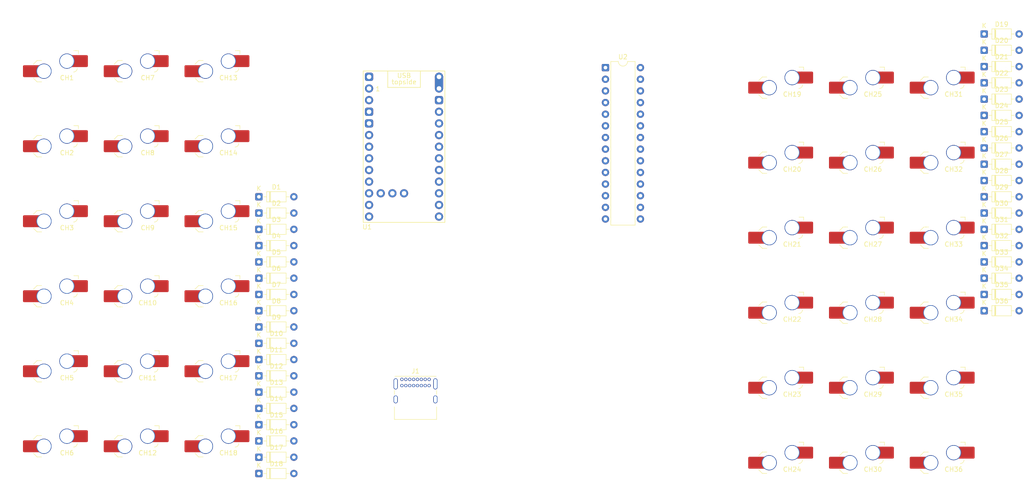
<source format=kicad_pcb>
(kicad_pcb (version 20241229) (generator "pcbnew") (generator_version "9.0")
  (layers (0 "F.Cu" signal) (2 "B.Cu" signal) (13 "F.Paste" user) (15 "B.Paste" user) (5 "F.SilkS" user "F.Silkscreen") (7 "B.SilkS" user "B.Silkscreen") (1 "F.Mask" user) (3 "B.Mask" user) (25 "Edge.Cuts" user))
  (net 0 "")
  (net 1 "Net-(D1-A)")
  (net 2 "Net-(D2-A)")
  (net 3 "Net-(D3-A)")
  (net 4 "Net-(D4-A)")
  (net 5 "Net-(D5-A)")
  (net 6 "Net-(D6-A)")
  (net 7 "Net-(D7-A)")
  (net 8 "Net-(D8-A)")
  (net 9 "Net-(D9-A)")
  (net 10 "Net-(D10-A)")
  (net 11 "Net-(D11-A)")
  (net 12 "Net-(D12-A)")
  (net 13 "Net-(D13-A)")
  (net 14 "Net-(D14-A)")
  (net 15 "Net-(D15-A)")
  (net 16 "Net-(D16-A)")
  (net 17 "Net-(D17-A)")
  (net 18 "Net-(D18-A)")
  (net 23 "Net-(J1-VBUS-PadA4)")
  (net 25 "Net-(J1-GND-PadA1)")
  (net 87 "/col_pinky")
  (net 88 "/col_ring")
  (net 89 "/col_middle")
  (net 90 "/col_index")
  (net 91 "/col_inner")
  (net 92 "Net-(D19-A)")
  (net 93 "Net-(CH19-Pad1)")
  (net 94 "Net-(D20-A)")
  (net 95 "Net-(D21-A)")
  (net 96 "Net-(CH22-Pad1)")
  (net 97 "Net-(D22-A)")
  (net 98 "Net-(D23-A)")
  (net 99 "Net-(D24-A)")
  (net 100 "Net-(CH25-Pad1)")
  (net 101 "Net-(D25-A)")
  (net 102 "Net-(D26-A)")
  (net 103 "Net-(D27-A)")
  (net 104 "Net-(D28-A)")
  (net 105 "Net-(D29-A)")
  (net 106 "Net-(CH29-Pad1)")
  (net 107 "Net-(D30-A)")
  (net 108 "Net-(D31-A)")
  (net 109 "Net-(D32-A)")
  (net 110 "Net-(CH33-Pad1)")
  (net 111 "Net-(D33-A)")
  (net 112 "Net-(D34-A)")
  (net 113 "Net-(D35-A)")
  (net 114 "Net-(D36-A)")
  (net 115 "/row_top")
  (net 116 "/row_home")
  (net 117 "/row_bottom")
  (net 118 "/row_thumb")
  (net 119 "Net-(D19-K)")
  (net 120 "Net-(D20-K)")
  (net 121 "Net-(D21-K)")
  (net 122 "Net-(D28-K)")
  (footprint "Diode_THT:D_DO-35_SOD27_P7.62mm_Horizontal" (layer "F.Cu") (at 254.38 72.2)
    (property "Reference" "D30" (at 3.81 -2.12 0) (layer "F.SilkS"))
    (property "Value" "1N4148")
    (fp_text user "K" (at 0 -1.8 0) (layer "F.SilkS"))
    (pad "1" thru_hole roundrect (at 0 0) (size 1.6 1.6) (drill 0.8) (layers "*.Cu" "*.Mask") (roundrect_rratio 0.15625) (net 120 "Net-(D20-K)"))
    (pad "2" thru_hole circle (at 7.62 0) (size 1.6 1.6) (drill 0.8) (layers "*.Cu" "*.Mask") (net 107 "Net-(D30-A)"))
  )
  (footprint "Diode_THT:D_DO-35_SOD27_P7.62mm_Horizontal" (layer "F.Cu") (at 96.38 68.65)
    (property "Reference" "D1" (at 3.81 -2.12 0) (layer "F.SilkS"))
    (property "Value" "1N4148")
    (fp_text user "K" (at 0 -1.8 0) (layer "F.SilkS"))
    (pad "1" thru_hole roundrect (at 0 0) (size 1.6 1.6) (drill 0.8) (layers "*.Cu" "*.Mask") (roundrect_rratio 0.15625) (net 115 "/row_top"))
    (pad "2" thru_hole circle (at 7.62 0) (size 1.6 1.6) (drill 0.8) (layers "*.Cu" "*.Mask") (net 1 "Net-(D1-A)"))
  )
  (footprint "Diode_THT:D_DO-35_SOD27_P7.62mm_Horizontal" (layer "F.Cu") (at 96.38 82.85)
    (property "Reference" "D5" (at 3.81 -2.12 0) (layer "F.SilkS"))
    (property "Value" "1N4148")
    (fp_text user "K" (at 0 -1.8 0) (layer "F.SilkS"))
    (pad "1" thru_hole roundrect (at 0 0) (size 1.6 1.6) (drill 0.8) (layers "*.Cu" "*.Mask") (roundrect_rratio 0.15625) (net 115 "/row_top"))
    (pad "2" thru_hole circle (at 7.62 0) (size 1.6 1.6) (drill 0.8) (layers "*.Cu" "*.Mask") (net 5 "Net-(D5-A)"))
  )
  (footprint "Diode_THT:D_DO-35_SOD27_P7.62mm_Horizontal" (layer "F.Cu") (at 96.38 125.45)
    (property "Reference" "D17" (at 3.81 -2.12 0) (layer "F.SilkS"))
    (property "Value" "1N4148")
    (fp_text user "K" (at 0 -1.8 0) (layer "F.SilkS"))
    (pad "1" thru_hole roundrect (at 0 0) (size 1.6 1.6) (drill 0.8) (layers "*.Cu" "*.Mask") (roundrect_rratio 0.15625) (net 118 "/row_thumb"))
    (pad "2" thru_hole circle (at 7.62 0) (size 1.6 1.6) (drill 0.8) (layers "*.Cu" "*.Mask") (net 17 "Net-(D17-A)"))
  )
  (footprint "Diode_THT:D_DO-35_SOD27_P7.62mm_Horizontal" (layer "F.Cu") (at 254.38 89.95)
    (property "Reference" "D35" (at 3.81 -2.12 0) (layer "F.SilkS"))
    (property "Value" "1N4148")
    (fp_text user "K" (at 0 -1.8 0) (layer "F.SilkS"))
    (pad "1" thru_hole roundrect (at 0 0) (size 1.6 1.6) (drill 0.8) (layers "*.Cu" "*.Mask") (roundrect_rratio 0.15625) (net 121 "Net-(D21-K)"))
    (pad "2" thru_hole circle (at 7.62 0) (size 1.6 1.6) (drill 0.8) (layers "*.Cu" "*.Mask") (net 113 "Net-(D35-A)"))
  )
  (footprint "Diode_THT:D_DO-35_SOD27_P7.62mm_Horizontal" (layer "F.Cu") (at 254.38 65.1)
    (property "Reference" "D28" (at 3.81 -2.12 0) (layer "F.SilkS"))
    (property "Value" "1N4148")
    (fp_text user "K" (at 0 -1.8 0) (layer "F.SilkS"))
    (pad "1" thru_hole roundrect (at 0 0) (size 1.6 1.6) (drill 0.8) (layers "*.Cu" "*.Mask") (roundrect_rratio 0.15625) (net 122 "Net-(D28-K)"))
    (pad "2" thru_hole circle (at 7.62 0) (size 1.6 1.6) (drill 0.8) (layers "*.Cu" "*.Mask") (net 104 "Net-(D28-A)"))
  )
  (footprint "PCM_marbastlib-choc:SW_choc_v1_HS_CPG135001S30_1u" (layer "F.Cu") (at 225.145 38.9)
    (property "Reference" "CH25" (at 5 7.4 180) (layer "F.SilkS"))
    (property "Value" "choc_v1_SW_HS")
    (pad "" np_thru_hole circle (at -5.5 0 180) (size 1.7 1.7) (drill 1.7) (layers "*.Cu" "*.Mask"))
    (pad "" np_thru_hole circle (at 0 0 180) (size 3.4 3.4) (drill 3.4) (layers "*.Cu" "*.Mask"))
    (pad "" np_thru_hole circle (at 5.5 0 180) (size 1.7 1.7) (drill 1.7) (layers "*.Cu" "*.Mask"))
    (pad "1" thru_hole circle (at 5 3.75) (size 3.3 3.3) (drill 3) (property pad_prop_mechanical) (layers "*.Cu" "F.Mask") (net 100 "Net-(CH25-Pad1)"))
    (pad "1" smd rect (at 6.55 3.75) (size 1.2 2.6) (layers "F.Cu") (net 100 "Net-(CH25-Pad1)"))
    (pad "1" smd roundrect (at 8.245 3.75) (size 2.65 2.6) (layers "F.Cu" "F.Mask" "F.Paste") (roundrect_rratio 0.1) (net 100 "Net-(CH25-Pad1)"))
    (pad "2" smd roundrect (at -3.245 5.95) (size 2.65 2.6) (layers "F.Cu" "F.Mask" "F.Paste") (roundrect_rratio 0.1) (net 101 "Net-(D25-A)"))
    (pad "2" smd rect (at -1.55 5.95 180) (size 1.2 2.6) (layers "F.Cu") (net 101 "Net-(D25-A)"))
    (pad "2" thru_hole circle (at 0 5.95) (size 3.3 3.3) (drill 3) (property pad_prop_mechanical) (layers "*.Cu" "F.Mask") (net 101 "Net-(D25-A)"))
  )
  (footprint "Diode_THT:D_DO-35_SOD27_P7.62mm_Horizontal" (layer "F.Cu") (at 254.38 79.3)
    (property "Reference" "D32" (at 3.81 -2.12 0) (layer "F.SilkS"))
    (property "Value" "1N4148")
    (fp_text user "K" (at 0 -1.8 0) (layer "F.SilkS"))
    (pad "1" thru_hole roundrect (at 0 0) (size 1.6 1.6) (drill 0.8) (layers "*.Cu" "*.Mask") (roundrect_rratio 0.15625) (net 122 "Net-(D28-K)"))
    (pad "2" thru_hole circle (at 7.62 0) (size 1.6 1.6) (drill 0.8) (layers "*.Cu" "*.Mask") (net 109 "Net-(D32-A)"))
  )
  (footprint "Diode_THT:D_DO-35_SOD27_P7.62mm_Horizontal" (layer "F.Cu") (at 96.38 97.05)
    (property "Reference" "D9" (at 3.81 -2.12 0) (layer "F.SilkS"))
    (property "Value" "1N4148")
    (fp_text user "K" (at 0 -1.8 0) (layer "F.SilkS"))
    (pad "1" thru_hole roundrect (at 0 0) (size 1.6 1.6) (drill 0.8) (layers "*.Cu" "*.Mask") (roundrect_rratio 0.15625) (net 116 "/row_home"))
    (pad "2" thru_hole circle (at 7.62 0) (size 1.6 1.6) (drill 0.8) (layers "*.Cu" "*.Mask") (net 9 "Net-(D9-A)"))
  )
  (footprint "Diode_THT:D_DO-35_SOD27_P7.62mm_Horizontal" (layer "F.Cu") (at 254.38 58)
    (property "Reference" "D26" (at 3.81 -2.12 0) (layer "F.SilkS"))
    (property "Value" "1N4148")
    (fp_text user "K" (at 0 -1.8 0) (layer "F.SilkS"))
    (pad "1" thru_hole roundrect (at 0 0) (size 1.6 1.6) (drill 0.8) (layers "*.Cu" "*.Mask") (roundrect_rratio 0.15625) (net 120 "Net-(D20-K)"))
    (pad "2" thru_hole circle (at 7.62 0) (size 1.6 1.6) (drill 0.8) (layers "*.Cu" "*.Mask") (net 102 "Net-(D26-A)"))
  )
  (footprint "PCM_marbastlib-choc:SW_choc_v1_HS_CPG135001S30_1u" (layer "F.Cu") (at 49.55 117.11)
    (property "Reference" "CH6" (at 5 7.4 180) (layer "F.SilkS"))
    (property "Value" "choc_v1_SW_HS")
    (pad "" np_thru_hole circle (at -5.5 0 180) (size 1.7 1.7) (drill 1.7) (layers "*.Cu" "*.Mask"))
    (pad "" np_thru_hole circle (at 0 0 180) (size 3.4 3.4) (drill 3.4) (layers "*.Cu" "*.Mask"))
    (pad "" np_thru_hole circle (at 5.5 0 180) (size 1.7 1.7) (drill 1.7) (layers "*.Cu" "*.Mask"))
    (pad "1" thru_hole circle (at 5 3.75) (size 3.3 3.3) (drill 3) (property pad_prop_mechanical) (layers "*.Cu" "F.Mask") (net 87 "/col_pinky"))
    (pad "1" smd rect (at 6.55 3.75) (size 1.2 2.6) (layers "F.Cu") (net 87 "/col_pinky"))
    (pad "1" smd roundrect (at 8.245 3.75) (size 2.65 2.6) (layers "F.Cu" "F.Mask" "F.Paste") (roundrect_rratio 0.1) (net 87 "/col_pinky"))
    (pad "2" smd roundrect (at -3.245 5.95) (size 2.65 2.6) (layers "F.Cu" "F.Mask" "F.Paste") (roundrect_rratio 0.1) (net 6 "Net-(D6-A)"))
    (pad "2" smd rect (at -1.55 5.95 180) (size 1.2 2.6) (layers "F.Cu") (net 6 "Net-(D6-A)"))
    (pad "2" thru_hole circle (at 0 5.95) (size 3.3 3.3) (drill 3) (property pad_prop_mechanical) (layers "*.Cu" "F.Mask") (net 6 "Net-(D6-A)"))
  )
  (footprint "Diode_THT:D_DO-35_SOD27_P7.62mm_Horizontal" (layer "F.Cu") (at 96.38 121.9)
    (property "Reference" "D16" (at 3.81 -2.12 0) (layer "F.SilkS"))
    (property "Value" "1N4148")
    (fp_text user "K" (at 0 -1.8 0) (layer "F.SilkS"))
    (pad "1" thru_hole roundrect (at 0 0) (size 1.6 1.6) (drill 0.8) (layers "*.Cu" "*.Mask") (roundrect_rratio 0.15625) (net 118 "/row_thumb"))
    (pad "2" thru_hole circle (at 7.62 0) (size 1.6 1.6) (drill 0.8) (layers "*.Cu" "*.Mask") (net 16 "Net-(D16-A)"))
  )
  (footprint "Diode_THT:D_DO-35_SOD27_P7.62mm_Horizontal" (layer "F.Cu") (at 254.38 86.4)
    (property "Reference" "D34" (at 3.81 -2.12 0) (layer "F.SilkS"))
    (property "Value" "1N4148")
    (fp_text user "K" (at 0 -1.8 0) (layer "F.SilkS"))
    (pad "1" thru_hole roundrect (at 0 0) (size 1.6 1.6) (drill 0.8) (layers "*.Cu" "*.Mask") (roundrect_rratio 0.15625) (net 120 "Net-(D20-K)"))
    (pad "2" thru_hole circle (at 7.62 0) (size 1.6 1.6) (drill 0.8) (layers "*.Cu" "*.Mask") (net 112 "Net-(D34-A)"))
  )
  (footprint "PCM_marbastlib-choc:SW_choc_v1_HS_CPG135001S30_1u" (layer "F.Cu") (at 84.74 35.31)
    (property "Reference" "CH13" (at 5 7.4 180) (layer "F.SilkS"))
    (property "Value" "choc_v1_SW_HS")
    (pad "" np_thru_hole circle (at -5.5 0 180) (size 1.7 1.7) (drill 1.7) (layers "*.Cu" "*.Mask"))
    (pad "" np_thru_hole circle (at 0 0 180) (size 3.4 3.4) (drill 3.4) (layers "*.Cu" "*.Mask"))
    (pad "" np_thru_hole circle (at 5.5 0 180) (size 1.7 1.7) (drill 1.7) (layers "*.Cu" "*.Mask"))
    (pad "1" thru_hole circle (at 5 3.75) (size 3.3 3.3) (drill 3) (property pad_prop_mechanical) (layers "*.Cu" "F.Mask") (net 89 "/col_middle"))
    (pad "1" smd rect (at 6.55 3.75) (size 1.2 2.6) (layers "F.Cu") (net 89 "/col_middle"))
    (pad "1" smd roundrect (at 8.245 3.75) (size 2.65 2.6) (layers "F.Cu" "F.Mask" "F.Paste") (roundrect_rratio 0.1) (net 89 "/col_middle"))
    (pad "2" smd roundrect (at -3.245 5.95) (size 2.65 2.6) (layers "F.Cu" "F.Mask" "F.Paste") (roundrect_rratio 0.1) (net 13 "Net-(D13-A)"))
    (pad "2" smd rect (at -1.55 5.95 180) (size 1.2 2.6) (layers "F.Cu") (net 13 "Net-(D13-A)"))
    (pad "2" thru_hole circle (at 0 5.95) (size 3.3 3.3) (drill 3) (property pad_prop_mechanical) (layers "*.Cu" "F.Mask") (net 13 "Net-(D13-A)"))
  )
  (footprint "Diode_THT:D_DO-35_SOD27_P7.62mm_Horizontal" (layer "F.Cu") (at 96.38 104.15)
    (property "Reference" "D11" (at 3.81 -2.12 0) (layer "F.SilkS"))
    (property "Value" "1N4148")
    (fp_text user "K" (at 0 -1.8 0) (layer "F.SilkS"))
    (pad "1" thru_hole roundrect (at 0 0) (size 1.6 1.6) (drill 0.8) (layers "*.Cu" "*.Mask") (roundrect_rratio 0.15625) (net 117 "/row_bottom"))
    (pad "2" thru_hole circle (at 7.62 0) (size 1.6 1.6) (drill 0.8) (layers "*.Cu" "*.Mask") (net 11 "Net-(D11-A)"))
  )
  (footprint "PCM_marbastlib-choc:SW_choc_v1_HS_CPG135001S30_1u" (layer "F.Cu") (at 207.55 38.9)
    (property "Reference" "CH19" (at 5 7.4 180) (layer "F.SilkS"))
    (property "Value" "choc_v1_SW_HS")
    (pad "" np_thru_hole circle (at -5.5 0 180) (size 1.7 1.7) (drill 1.7) (layers "*.Cu" "*.Mask"))
    (pad "" np_thru_hole circle (at 0 0 180) (size 3.4 3.4) (drill 3.4) (layers "*.Cu" "*.Mask"))
    (pad "" np_thru_hole circle (at 5.5 0 180) (size 1.7 1.7) (drill 1.7) (layers "*.Cu" "*.Mask"))
    (pad "1" thru_hole circle (at 5 3.75) (size 3.3 3.3) (drill 3) (property pad_prop_mechanical) (layers "*.Cu" "F.Mask") (net 93 "Net-(CH19-Pad1)"))
    (pad "1" smd rect (at 6.55 3.75) (size 1.2 2.6) (layers "F.Cu") (net 93 "Net-(CH19-Pad1)"))
    (pad "1" smd roundrect (at 8.245 3.75) (size 2.65 2.6) (layers "F.Cu" "F.Mask" "F.Paste") (roundrect_rratio 0.1) (net 93 "Net-(CH19-Pad1)"))
    (pad "2" smd roundrect (at -3.245 5.95) (size 2.65 2.6) (layers "F.Cu" "F.Mask" "F.Paste") (roundrect_rratio 0.1) (net 92 "Net-(D19-A)"))
    (pad "2" smd rect (at -1.55 5.95 180) (size 1.2 2.6) (layers "F.Cu") (net 92 "Net-(D19-A)"))
    (pad "2" thru_hole circle (at 0 5.95) (size 3.3 3.3) (drill 3) (property pad_prop_mechanical) (layers "*.Cu" "F.Mask") (net 92 "Net-(D19-A)"))
  )
  (footprint "PCM_marbastlib-choc:SW_choc_v1_HS_CPG135001S30_1u" (layer "F.Cu") (at 242.74 87.98)
    (property "Reference" "CH34" (at 5 7.4 180) (layer "F.SilkS"))
    (property "Value" "choc_v1_SW_HS")
    (pad "" np_thru_hole circle (at -5.5 0 180) (size 1.7 1.7) (drill 1.7) (layers "*.Cu" "*.Mask"))
    (pad "" np_thru_hole circle (at 0 0 180) (size 3.4 3.4) (drill 3.4) (layers "*.Cu" "*.Mask"))
    (pad "" np_thru_hole circle (at 5.5 0 180) (size 1.7 1.7) (drill 1.7) (layers "*.Cu" "*.Mask"))
    (pad "1" thru_hole circle (at 5 3.75) (size 3.3 3.3) (drill 3) (property pad_prop_mechanical) (layers "*.Cu" "F.Mask") (net 110 "Net-(CH33-Pad1)"))
    (pad "1" smd rect (at 6.55 3.75) (size 1.2 2.6) (layers "F.Cu") (net 110 "Net-(CH33-Pad1)"))
    (pad "1" smd roundrect (at 8.245 3.75) (size 2.65 2.6) (layers "F.Cu" "F.Mask" "F.Paste") (roundrect_rratio 0.1) (net 110 "Net-(CH33-Pad1)"))
    (pad "2" smd roundrect (at -3.245 5.95) (size 2.65 2.6) (layers "F.Cu" "F.Mask" "F.Paste") (roundrect_rratio 0.1) (net 112 "Net-(D34-A)"))
    (pad "2" smd rect (at -1.55 5.95 180) (size 1.2 2.6) (layers "F.Cu") (net 112 "Net-(D34-A)"))
    (pad "2" thru_hole circle (at 0 5.95) (size 3.3 3.3) (drill 3) (property pad_prop_mechanical) (layers "*.Cu" "F.Mask") (net 112 "Net-(D34-A)"))
  )
  (footprint "PCM_marbastlib-choc:SW_choc_v1_HS_CPG135001S30_1u" (layer "F.Cu") (at 225.145 104.34)
    (property "Reference" "CH29" (at 5 7.4 180) (layer "F.SilkS"))
    (property "Value" "choc_v1_SW_HS")
    (pad "" np_thru_hole circle (at -5.5 0 180) (size 1.7 1.7) (drill 1.7) (layers "*.Cu" "*.Mask"))
    (pad "" np_thru_hole circle (at 0 0 180) (size 3.4 3.4) (drill 3.4) (layers "*.Cu" "*.Mask"))
    (pad "" np_thru_hole circle (at 5.5 0 180) (size 1.7 1.7) (drill 1.7) (layers "*.Cu" "*.Mask"))
    (pad "1" thru_hole circle (at 5 3.75) (size 3.3 3.3) (drill 3) (property pad_prop_mechanical) (layers "*.Cu" "F.Mask") (net 106 "Net-(CH29-Pad1)"))
    (pad "1" smd rect (at 6.55 3.75) (size 1.2 2.6) (layers "F.Cu") (net 106 "Net-(CH29-Pad1)"))
    (pad "1" smd roundrect (at 8.245 3.75) (size 2.65 2.6) (layers "F.Cu" "F.Mask" "F.Paste") (roundrect_rratio 0.1) (net 106 "Net-(CH29-Pad1)"))
    (pad "2" smd roundrect (at -3.245 5.95) (size 2.65 2.6) (layers "F.Cu" "F.Mask" "F.Paste") (roundrect_rratio 0.1) (net 105 "Net-(D29-A)"))
    (pad "2" smd rect (at -1.55 5.95 180) (size 1.2 2.6) (layers "F.Cu") (net 105 "Net-(D29-A)"))
    (pad "2" thru_hole circle (at 0 5.95) (size 3.3 3.3) (drill 3) (property pad_prop_mechanical) (layers "*.Cu" "F.Mask") (net 105 "Net-(D29-A)"))
  )
  (footprint "Diode_THT:D_DO-35_SOD27_P7.62mm_Horizontal" (layer "F.Cu") (at 96.38 86.4)
    (property "Reference" "D6" (at 3.81 -2.12 0) (layer "F.SilkS"))
    (property "Value" "1N4148")
    (fp_text user "K" (at 0 -1.8 0) (layer "F.SilkS"))
    (pad "1" thru_hole roundrect (at 0 0) (size 1.6 1.6) (drill 0.8) (layers "*.Cu" "*.Mask") (roundrect_rratio 0.15625) (net 116 "/row_home"))
    (pad "2" thru_hole circle (at 7.62 0) (size 1.6 1.6) (drill 0.8) (layers "*.Cu" "*.Mask") (net 6 "Net-(D6-A)"))
  )
  (footprint "Diode_THT:D_DO-35_SOD27_P7.62mm_Horizontal" (layer "F.Cu") (at 96.38 111.25)
    (property "Reference" "D13" (at 3.81 -2.12 0) (layer "F.SilkS"))
    (property "Value" "1N4148")
    (fp_text user "K" (at 0 -1.8 0) (layer "F.SilkS"))
    (pad "1" thru_hole roundrect (at 0 0) (size 1.6 1.6) (drill 0.8) (layers "*.Cu" "*.Mask") (roundrect_rratio 0.15625) (net 117 "/row_bottom"))
    (pad "2" thru_hole circle (at 7.62 0) (size 1.6 1.6) (drill 0.8) (layers "*.Cu" "*.Mask") (net 13 "Net-(D13-A)"))
  )
  (footprint "PCM_marbastlib-choc:SW_choc_v1_HS_CPG135001S30_1u" (layer "F.Cu") (at 49.55 84.39)
    (property "Reference" "CH4" (at 5 7.4 180) (layer "F.SilkS"))
    (property "Value" "choc_v1_SW_HS")
    (pad "" np_thru_hole circle (at -5.5 0 180) (size 1.7 1.7) (drill 1.7) (layers "*.Cu" "*.Mask"))
    (pad "" np_thru_hole circle (at 0 0 180) (size 3.4 3.4) (drill 3.4) (layers "*.Cu" "*.Mask"))
    (pad "" np_thru_hole circle (at 5.5 0 180) (size 1.7 1.7) (drill 1.7) (layers "*.Cu" "*.Mask"))
    (pad "1" thru_hole circle (at 5 3.75) (size 3.3 3.3) (drill 3) (property pad_prop_mechanical) (layers "*.Cu" "F.Mask") (net 90 "/col_index"))
    (pad "1" smd rect (at 6.55 3.75) (size 1.2 2.6) (layers "F.Cu") (net 90 "/col_index"))
    (pad "1" smd roundrect (at 8.245 3.75) (size 2.65 2.6) (layers "F.Cu" "F.Mask" "F.Paste") (roundrect_rratio 0.1) (net 90 "/col_index"))
    (pad "2" smd roundrect (at -3.245 5.95) (size 2.65 2.6) (layers "F.Cu" "F.Mask" "F.Paste") (roundrect_rratio 0.1) (net 4 "Net-(D4-A)"))
    (pad "2" smd rect (at -1.55 5.95 180) (size 1.2 2.6) (layers "F.Cu") (net 4 "Net-(D4-A)"))
    (pad "2" thru_hole circle (at 0 5.95) (size 3.3 3.3) (drill 3) (property pad_prop_mechanical) (layers "*.Cu" "F.Mask") (net 4 "Net-(D4-A)"))
  )
  (footprint "PCM_marbastlib-choc:SW_choc_v1_HS_CPG135001S30_1u" (layer "F.Cu") (at 67.145 84.39)
    (property "Reference" "CH10" (at 5 7.4 180) (layer "F.SilkS"))
    (property "Value" "choc_v1_SW_HS")
    (pad "" np_thru_hole circle (at -5.5 0 180) (size 1.7 1.7) (drill 1.7) (layers "*.Cu" "*.Mask"))
    (pad "" np_thru_hole circle (at 0 0 180) (size 3.4 3.4) (drill 3.4) (layers "*.Cu" "*.Mask"))
    (pad "" np_thru_hole circle (at 5.5 0 180) (size 1.7 1.7) (drill 1.7) (layers "*.Cu" "*.Mask"))
    (pad "1" thru_hole circle (at 5 3.75) (size 3.3 3.3) (drill 3) (property pad_prop_mechanical) (layers "*.Cu" "F.Mask") (net 91 "/col_inner"))
    (pad "1" smd rect (at 6.55 3.75) (size 1.2 2.6) (layers "F.Cu") (net 91 "/col_inner"))
    (pad "1" smd roundrect (at 8.245 3.75) (size 2.65 2.6) (layers "F.Cu" "F.Mask" "F.Paste") (roundrect_rratio 0.1) (net 91 "/col_inner"))
    (pad "2" smd roundrect (at -3.245 5.95) (size 2.65 2.6) (layers "F.Cu" "F.Mask" "F.Paste") (roundrect_rratio 0.1) (net 10 "Net-(D10-A)"))
    (pad "2" smd rect (at -1.55 5.95 180) (size 1.2 2.6) (layers "F.Cu") (net 10 "Net-(D10-A)"))
    (pad "2" thru_hole circle (at 0 5.95) (size 3.3 3.3) (drill 3) (property pad_prop_mechanical) (layers "*.Cu" "F.Mask") (net 10 "Net-(D10-A)"))
  )
  (footprint "PCM_marbastlib-choc:SW_choc_v1_HS_CPG135001S30_1u" (layer "F.Cu") (at 67.145 51.67)
    (property "Reference" "CH8" (at 5 7.4 180) (layer "F.SilkS"))
    (property "Value" "choc_v1_SW_HS")
    (pad "" np_thru_hole circle (at -5.5 0 180) (size 1.7 1.7) (drill 1.7) (layers "*.Cu" "*.Mask"))
    (pad "" np_thru_hole circle (at 0 0 180) (size 3.4 3.4) (drill 3.4) (layers "*.Cu" "*.Mask"))
    (pad "" np_thru_hole circle (at 5.5 0 180) (size 1.7 1.7) (drill 1.7) (layers "*.Cu" "*.Mask"))
    (pad "1" thru_hole circle (at 5 3.75) (size 3.3 3.3) (drill 3) (property pad_prop_mechanical) (layers "*.Cu" "F.Mask") (net 89 "/col_middle"))
    (pad "1" smd rect (at 6.55 3.75) (size 1.2 2.6) (layers "F.Cu") (net 89 "/col_middle"))
    (pad "1" smd roundrect (at 8.245 3.75) (size 2.65 2.6) (layers "F.Cu" "F.Mask" "F.Paste") (roundrect_rratio 0.1) (net 89 "/col_middle"))
    (pad "2" smd roundrect (at -3.245 5.95) (size 2.65 2.6) (layers "F.Cu" "F.Mask" "F.Paste") (roundrect_rratio 0.1) (net 8 "Net-(D8-A)"))
    (pad "2" smd rect (at -1.55 5.95 180) (size 1.2 2.6) (layers "F.Cu") (net 8 "Net-(D8-A)"))
    (pad "2" thru_hole circle (at 0 5.95) (size 3.3 3.3) (drill 3) (property pad_prop_mechanical) (layers "*.Cu" "F.Mask") (net 8 "Net-(D8-A)"))
  )
  (footprint "PCM_marbastlib-choc:SW_choc_v1_HS_CPG135001S30_1u" (layer "F.Cu") (at 207.55 55.26)
    (property "Reference" "CH20" (at 5 7.4 180) (layer "F.SilkS"))
    (property "Value" "choc_v1_SW_HS")
    (pad "" np_thru_hole circle (at -5.5 0 180) (size 1.7 1.7) (drill 1.7) (layers "*.Cu" "*.Mask"))
    (pad "" np_thru_hole circle (at 0 0 180) (size 3.4 3.4) (drill 3.4) (layers "*.Cu" "*.Mask"))
    (pad "" np_thru_hole circle (at 5.5 0 180) (size 1.7 1.7) (drill 1.7) (layers "*.Cu" "*.Mask"))
    (pad "1" thru_hole circle (at 5 3.75) (size 3.3 3.3) (drill 3) (property pad_prop_mechanical) (layers "*.Cu" "F.Mask") (net 93 "Net-(CH19-Pad1)"))
    (pad "1" smd rect (at 6.55 3.75) (size 1.2 2.6) (layers "F.Cu") (net 93 "Net-(CH19-Pad1)"))
    (pad "1" smd roundrect (at 8.245 3.75) (size 2.65 2.6) (layers "F.Cu" "F.Mask" "F.Paste") (roundrect_rratio 0.1) (net 93 "Net-(CH19-Pad1)"))
    (pad "2" smd roundrect (at -3.245 5.95) (size 2.65 2.6) (layers "F.Cu" "F.Mask" "F.Paste") (roundrect_rratio 0.1) (net 94 "Net-(D20-A)"))
    (pad "2" smd rect (at -1.55 5.95 180) (size 1.2 2.6) (layers "F.Cu") (net 94 "Net-(D20-A)"))
    (pad "2" thru_hole circle (at 0 5.95) (size 3.3 3.3) (drill 3) (property pad_prop_mechanical) (layers "*.Cu" "F.Mask") (net 94 "Net-(D20-A)"))
  )
  (footprint "Diode_THT:D_DO-35_SOD27_P7.62mm_Horizontal" (layer "F.Cu") (at 254.38 61.55)
    (property "Reference" "D27" (at 3.81 -2.12 0) (layer "F.SilkS"))
    (property "Value" "1N4148")
    (fp_text user "K" (at 0 -1.8 0) (layer "F.SilkS"))
    (pad "1" thru_hole roundrect (at 0 0) (size 1.6 1.6) (drill 0.8) (layers "*.Cu" "*.Mask") (roundrect_rratio 0.15625) (net 121 "Net-(D21-K)"))
    (pad "2" thru_hole circle (at 7.62 0) (size 1.6 1.6) (drill 0.8) (layers "*.Cu" "*.Mask") (net 103 "Net-(D27-A)"))
  )
  (footprint "PCM_marbastlib-choc:SW_choc_v1_HS_CPG135001S30_1u" (layer "F.Cu") (at 49.55 68.03)
    (property "Reference" "CH3" (at 5 7.4 180) (layer "F.SilkS"))
    (property "Value" "choc_v1_SW_HS")
    (pad "" np_thru_hole circle (at -5.5 0 180) (size 1.7 1.7) (drill 1.7) (layers "*.Cu" "*.Mask"))
    (pad "" np_thru_hole circle (at 0 0 180) (size 3.4 3.4) (drill 3.4) (layers "*.Cu" "*.Mask"))
    (pad "" np_thru_hole circle (at 5.5 0 180) (size 1.7 1.7) (drill 1.7) (layers "*.Cu" "*.Mask"))
    (pad "1" thru_hole circle (at 5 3.75) (size 3.3 3.3) (drill 3) (property pad_prop_mechanical) (layers "*.Cu" "F.Mask") (net 89 "/col_middle"))
    (pad "1" smd rect (at 6.55 3.75) (size 1.2 2.6) (layers "F.Cu") (net 89 "/col_middle"))
    (pad "1" smd roundrect (at 8.245 3.75) (size 2.65 2.6) (layers "F.Cu" "F.Mask" "F.Paste") (roundrect_rratio 0.1) (net 89 "/col_middle"))
    (pad "2" smd roundrect (at -3.245 5.95) (size 2.65 2.6) (layers "F.Cu" "F.Mask" "F.Paste") (roundrect_rratio 0.1) (net 3 "Net-(D3-A)"))
    (pad "2" smd rect (at -1.55 5.95 180) (size 1.2 2.6) (layers "F.Cu") (net 3 "Net-(D3-A)"))
    (pad "2" thru_hole circle (at 0 5.95) (size 3.3 3.3) (drill 3) (property pad_prop_mechanical) (layers "*.Cu" "F.Mask") (net 3 "Net-(D3-A)"))
  )
  (footprint "PCM_marbastlib-choc:SW_choc_v1_HS_CPG135001S30_1u" (layer "F.Cu") (at 67.145 117.11)
    (property "Reference" "CH12" (at 5 7.4 180) (layer "F.SilkS"))
    (property "Value" "choc_v1_SW_HS")
    (pad "" np_thru_hole circle (at -5.5 0 180) (size 1.7 1.7) (drill 1.7) (layers "*.Cu" "*.Mask"))
    (pad "" np_thru_hole circle (at 0 0 180) (size 3.4 3.4) (drill 3.4) (layers "*.Cu" "*.Mask"))
    (pad "" np_thru_hole circle (at 5.5 0 180) (size 1.7 1.7) (drill 1.7) (layers "*.Cu" "*.Mask"))
    (pad "1" thru_hole circle (at 5 3.75) (size 3.3 3.3) (drill 3) (property pad_prop_mechanical) (layers "*.Cu" "F.Mask") (net 88 "/col_ring"))
    (pad "1" smd rect (at 6.55 3.75) (size 1.2 2.6) (layers "F.Cu") (net 88 "/col_ring"))
    (pad "1" smd roundrect (at 8.245 3.75) (size 2.65 2.6) (layers "F.Cu" "F.Mask" "F.Paste") (roundrect_rratio 0.1) (net 88 "/col_ring"))
    (pad "2" smd roundrect (at -3.245 5.95) (size 2.65 2.6) (layers "F.Cu" "F.Mask" "F.Paste") (roundrect_rratio 0.1) (net 12 "Net-(D12-A)"))
    (pad "2" smd rect (at -1.55 5.95 180) (size 1.2 2.6) (layers "F.Cu") (net 12 "Net-(D12-A)"))
    (pad "2" thru_hole circle (at 0 5.95) (size 3.3 3.3) (drill 3) (property pad_prop_mechanical) (layers "*.Cu" "F.Mask") (net 12 "Net-(D12-A)"))
  )
  (footprint "Diode_THT:D_DO-35_SOD27_P7.62mm_Horizontal" (layer "F.Cu") (at 254.38 50.9)
    (property "Reference" "D24" (at 3.81 -2.12 0) (layer "F.SilkS"))
    (property "Value" "1N4148")
    (fp_text user "K" (at 0 -1.8 0) (layer "F.SilkS"))
    (pad "1" thru_hole roundrect (at 0 0) (size 1.6 1.6) (drill 0.8) (layers "*.Cu" "*.Mask") (roundrect_rratio 0.15625) (net 121 "Net-(D21-K)"))
    (pad "2" thru_hole circle (at 7.62 0) (size 1.6 1.6) (drill 0.8) (layers "*.Cu" "*.Mask") (net 99 "Net-(D24-A)"))
  )
  (footprint "PCM_marbastlib-choc:SW_choc_v1_HS_CPG135001S30_1u" (layer "F.Cu") (at 242.74 38.9)
    (property "Reference" "CH31" (at 5 7.4 180) (layer "F.SilkS"))
    (property "Value" "choc_v1_SW_HS")
    (pad "" np_thru_hole circle (at -5.5 0 180) (size 1.7 1.7) (drill 1.7) (layers "*.Cu" "*.Mask"))
    (pad "" np_thru_hole circle (at 0 0 180) (size 3.4 3.4) (drill 3.4) (layers "*.Cu" "*.Mask"))
    (pad "" np_thru_hole circle (at 5.5 0 180) (size 1.7 1.7) (drill 1.7) (layers "*.Cu" "*.Mask"))
    (pad "1" thru_hole circle (at 5 3.75) (size 3.3 3.3) (drill 3) (property pad_prop_mechanical) (layers "*.Cu" "F.Mask") (net 106 "Net-(CH29-Pad1)"))
    (pad "1" smd rect (at 6.55 3.75) (size 1.2 2.6) (layers "F.Cu") (net 106 "Net-(CH29-Pad1)"))
    (pad "1" smd roundrect (at 8.245 3.75) (size 2.65 2.6) (layers "F.Cu" "F.Mask" "F.Paste") (roundrect_rratio 0.1) (net 106 "Net-(CH29-Pad1)"))
    (pad "2" smd roundrect (at -3.245 5.95) (size 2.65 2.6) (layers "F.Cu" "F.Mask" "F.Paste") (roundrect_rratio 0.1) (net 108 "Net-(D31-A)"))
    (pad "2" smd rect (at -1.55 5.95 180) (size 1.2 2.6) (layers "F.Cu") (net 108 "Net-(D31-A)"))
    (pad "2" thru_hole circle (at 0 5.95) (size 3.3 3.3) (drill 3) (property pad_prop_mechanical) (layers "*.Cu" "F.Mask") (net 108 "Net-(D31-A)"))
  )
  (footprint "PCM_marbastlib-choc:SW_choc_v1_HS_CPG135001S30_1u" (layer "F.Cu") (at 225.145 71.62)
    (property "Reference" "CH27" (at 5 7.4 180) (layer "F.SilkS"))
    (property "Value" "choc_v1_SW_HS")
    (pad "" np_thru_hole circle (at -5.5 0 180) (size 1.7 1.7) (drill 1.7) (layers "*.Cu" "*.Mask"))
    (pad "" np_thru_hole circle (at 0 0 180) (size 3.4 3.4) (drill 3.4) (layers "*.Cu" "*.Mask"))
    (pad "" np_thru_hole circle (at 5.5 0 180) (size 1.7 1.7) (drill 1.7) (layers "*.Cu" "*.Mask"))
    (pad "1" thru_hole circle (at 5 3.75) (size 3.3 3.3) (drill 3) (property pad_prop_mechanical) (layers "*.Cu" "F.Mask") (net 100 "Net-(CH25-Pad1)"))
    (pad "1" smd rect (at 6.55 3.75) (size 1.2 2.6) (layers "F.Cu") (net 100 "Net-(CH25-Pad1)"))
    (pad "1" smd roundrect (at 8.245 3.75) (size 2.65 2.6) (layers "F.Cu" "F.Mask" "F.Paste") (roundrect_rratio 0.1) (net 100 "Net-(CH25-Pad1)"))
    (pad "2" smd roundrect (at -3.245 5.95) (size 2.65 2.6) (layers "F.Cu" "F.Mask" "F.Paste") (roundrect_rratio 0.1) (net 103 "Net-(D27-A)"))
    (pad "2" smd rect (at -1.55 5.95 180) (size 1.2 2.6) (layers "F.Cu") (net 103 "Net-(D27-A)"))
    (pad "2" thru_hole circle (at 0 5.95) (size 3.3 3.3) (drill 3) (property pad_prop_mechanical) (layers "*.Cu" "F.Mask") (net 103 "Net-(D27-A)"))
  )
  (footprint "Diode_THT:D_DO-35_SOD27_P7.62mm_Horizontal" (layer "F.Cu") (at 96.38 75.75)
    (property "Reference" "D3" (at 3.81 -2.12 0) (layer "F.SilkS"))
    (property "Value" "1N4148")
    (fp_text user "K" (at 0 -1.8 0) (layer "F.SilkS"))
    (pad "1" thru_hole roundrect (at 0 0) (size 1.6 1.6) (drill 0.8) (layers "*.Cu" "*.Mask") (roundrect_rratio 0.15625) (net 115 "/row_top"))
    (pad "2" thru_hole circle (at 7.62 0) (size 1.6 1.6) (drill 0.8) (layers "*.Cu" "*.Mask") (net 3 "Net-(D3-A)"))
  )
  (footprint "Diode_THT:D_DO-35_SOD27_P7.62mm_Horizontal" (layer "F.Cu") (at 96.38 107.7)
    (property "Reference" "D12" (at 3.81 -2.12 0) (layer "F.SilkS"))
    (property "Value" "1N4148")
    (fp_text user "K" (at 0 -1.8 0) (layer "F.SilkS"))
    (pad "1" thru_hole roundrect (at 0 0) (size 1.6 1.6) (drill 0.8) (layers "*.Cu" "*.Mask") (roundrect_rratio 0.15625) (net 117 "/row_bottom"))
    (pad "2" thru_hole circle (at 7.62 0) (size 1.6 1.6) (drill 0.8) (layers "*.Cu" "*.Mask") (net 12 "Net-(D12-A)"))
  )
  (footprint "PCM_marbastlib-xp-promicroish:nice_nano_AH_USBup" (layer "F.Cu") (at 128 59)
    (property "Reference" "U1" (at -9.14 16.24 0) (layer "F.SilkS") (effects (justify left)))
    (property "Value" "nice_nano")
    (fp_text user "1" (at -5.715 -13.2825 0) (layer "F.SilkS") (effects (justify bottom)))
    (fp_text user "USB" (at 0 -16.2 0) (layer "F.SilkS") (effects (justify bottom)))
    (fp_text user "topside" (at 0 -14.8 0) (layer "F.SilkS") (effects (justify bottom)))
    (pad "1" thru_hole circle (at -7.62 -13.97) (size 1.8 1.8) (drill 1) (layers "*.Cu" "B.Mask"))
    (pad "2" thru_hole circle (at -7.62 -11.43) (size 1.8 1.8) (drill 1) (layers "*.Cu" "B.Mask"))
    (pad "3" thru_hole roundrect (at -7.62 -8.89) (size 1.8 1.8) (drill 1) (layers "*.Cu" "B.Mask"))
    (pad "4" thru_hole roundrect (at -7.62 -6.35) (size 1.8 1.8) (drill 1) (layers "*.Cu" "B.Mask"))
    (pad "5" thru_hole circle (at -7.62 -3.81) (size 1.8 1.8) (drill 1) (layers "*.Cu" "B.Mask"))
    (pad "6" thru_hole circle (at -7.62 -1.27) (size 1.8 1.8) (drill 1) (layers "*.Cu" "B.Mask"))
    (pad "7" thru_hole circle (at -7.62 1.27) (size 1.8 1.8) (drill 1) (layers "*.Cu" "B.Mask"))
    (pad "8" thru_hole circle (at -7.62 3.81) (size 1.8 1.8) (drill 1) (layers "*.Cu" "B.Mask"))
    (pad "9" thru_hole circle (at -7.62 6.35) (size 1.8 1.8) (drill 1) (layers "*.Cu" "B.Mask"))
    (pad "10" thru_hole circle (at -7.62 8.89) (size 1.8 1.8) (drill 1) (layers "*.Cu" "B.Mask"))
    (pad "11" thru_hole circle (at -7.62 11.43) (size 1.8 1.8) (drill 1) (layers "*.Cu" "B.Mask"))
    (pad "12" thru_hole circle (at -7.62 13.97) (size 1.8 1.8) (drill 1) (layers "*.Cu" "B.Mask"))
    (pad "13" thru_hole oval (at 7.62 -13.97) (size 1.8 4.34) (drill 1 (offset 0 -1.27)) (layers "*.Cu" "B.Mask"))
    (pad "14" thru_hole roundrect (at 7.62 -11.43) (size 1.8 1.8) (drill 1) (layers "*.Cu" "B.Mask"))
    (pad "15" thru_hole circle (at 7.62 -8.89) (size 1.8 1.8) (drill 1) (layers "*.Cu" "B.Mask"))
    (pad "16" thru_hole circle (at 7.62 -6.35) (size 1.8 1.8) (drill 1) (layers "*.Cu" "B.Mask"))
    (pad "17" thru_hole circle (at 7.62 -3.81) (size 1.8 1.8) (drill 1) (layers "*.Cu" "B.Mask"))
    (pad "18" thru_hole circle (at 7.62 -1.27) (size 1.8 1.8) (drill 1) (layers "*.Cu" "B.Mask"))
    (pad "19" thru_hole circle (at 7.62 1.27) (size 1.8 1.8) (drill 1) (layers "*.Cu" "B.Mask"))
    (pad "20" thru_hole circle (at 7.62 3.81) (size 1.8 1.8) (drill 1) (layers "*.Cu" "B.Mask"))
    (pad "21" thru_hole circle (at 7.62 6.35) (size 1.8 1.8) (drill 1) (layers "*.Cu" "B.Mask"))
    (pad "22" thru_hole circle (at 7.62 8.89) (size 1.8 1.8) (drill 1) (layers "*.Cu" "B.Mask"))
    (pad "23" thru_hole circle (at 7.62 11.43) (size 1.8 1.8) (drill 1) (layers "*.Cu" "B.Mask"))
    (pad "24" thru_hole circle (at 7.62 13.97) (size 1.8 1.8) (drill 1) (layers "*.Cu" "B.Mask"))
    (pad "25" thru_hole circle (at -5.08 8.89) (size 1.8 1.8) (drill 1) (layers "*.Cu" "B.Mask"))
    (pad "26" thru_hole circle (at -2.54 8.89) (size 1.8 1.8) (drill 1) (layers "*.Cu" "B.Mask"))
    (pad "27" thru_hole circle (at 0 8.89) (size 1.8 1.8) (drill 1) (layers "*.Cu" "B.Mask"))
    (pad "28" thru_hole roundrect (at -7.62 -16.51) (size 1.8 1.8) (drill 1) (layers "*.Cu" "B.Mask"))
    (pad "29" thru_hole circle (at 7.62 -16.51) (size 1.8 1.8) (drill 1) (layers "*.Cu" "B.Mask"))
  )
  (footprint "Diode_THT:D_DO-35_SOD27_P7.62mm_Horizontal" (layer "F.Cu") (at 254.38 68.65)
    (property "Reference" "D29" (at 3.81 -2.12 0) (layer "F.SilkS"))
    (property "Value" "1N4148")
    (fp_text user "K" (at 0 -1.8 0) (layer "F.SilkS"))
    (pad "1" thru_hole roundrect (at 0 0) (size 1.6 1.6) (drill 0.8) (layers "*.Cu" "*.Mask") (roundrect_rratio 0.15625) (net 119 "Net-(D19-K)"))
    (pad "2" thru_hole circle (at 7.62 0) (size 1.6 1.6) (drill 0.8) (layers "*.Cu" "*.Mask") (net 105 "Net-(D29-A)"))
  )
  (footprint "Diode_THT:D_DO-35_SOD27_P7.62mm_Horizontal" (layer "F.Cu") (at 96.38 118.35)
    (property "Reference" "D15" (at 3.81 -2.12 0) (layer "F.SilkS"))
    (property "Value" "1N4148")
    (fp_text user "K" (at 0 -1.8 0) (layer "F.SilkS"))
    (pad "1" thru_hole roundrect (at 0 0) (size 1.6 1.6) (drill 0.8) (layers "*.Cu" "*.Mask") (roundrect_rratio 0.15625) (net 117 "/row_bottom"))
    (pad "2" thru_hole circle (at 7.62 0) (size 1.6 1.6) (drill 0.8) (layers "*.Cu" "*.Mask") (net 15 "Net-(D15-A)"))
  )
  (footprint "Diode_THT:D_DO-35_SOD27_P7.62mm_Horizontal" (layer "F.Cu") (at 96.38 89.95)
    (property "Reference" "D7" (at 3.81 -2.12 0) (layer "F.SilkS"))
    (property "Value" "1N4148")
    (fp_text user "K" (at 0 -1.8 0) (layer "F.SilkS"))
    (pad "1" thru_hole roundrect (at 0 0) (size 1.6 1.6) (drill 0.8) (layers "*.Cu" "*.Mask") (roundrect_rratio 0.15625) (net 116 "/row_home"))
    (pad "2" thru_hole circle (at 7.62 0) (size 1.6 1.6) (drill 0.8) (layers "*.Cu" "*.Mask") (net 7 "Net-(D7-A)"))
  )
  (footprint "Diode_THT:D_DO-35_SOD27_P7.62mm_Horizontal" (layer "F.Cu") (at 96.38 93.5)
    (property "Reference" "D8" (at 3.81 -2.12 0) (layer "F.SilkS"))
    (property "Value" "1N4148")
    (fp_text user "K" (at 0 -1.8 0) (layer "F.SilkS"))
    (pad "1" thru_hole roundrect (at 0 0) (size 1.6 1.6) (drill 0.8) (layers "*.Cu" "*.Mask") (roundrect_rratio 0.15625) (net 116 "/row_home"))
    (pad "2" thru_hole circle (at 7.62 0) (size 1.6 1.6) (drill 0.8) (layers "*.Cu" "*.Mask") (net 8 "Net-(D8-A)"))
  )
  (footprint "Package_DIP:DIP-28_W7.62mm" (layer "F.Cu") (at 171.88 40.48)
    (property "Reference" "U2" (at 3.81 -2.33 0) (layer "F.SilkS"))
    (property "Value" "MCP23017_SP")
    (pad "1" thru_hole roundrect (at 0 0) (size 1.6 1.6) (drill 0.8) (layers "*.Cu" "*.Mask") (roundrect_rratio 0.15625))
    (pad "2" thru_hole circle (at 0 2.54) (size 1.6 1.6) (drill 0.8) (layers "*.Cu" "*.Mask"))
    (pad "3" thru_hole circle (at 0 5.08) (size 1.6 1.6) (drill 0.8) (layers "*.Cu" "*.Mask"))
    (pad "4" thru_hole circle (at 0 7.62) (size 1.6 1.6) (drill 0.8) (layers "*.Cu" "*.Mask"))
    (pad "5" thru_hole circle (at 0 10.16) (size 1.6 1.6) (drill 0.8) (layers "*.Cu" "*.Mask"))
    (pad "6" thru_hole circle (at 0 12.7) (size 1.6 1.6) (drill 0.8) (layers "*.Cu" "*.Mask"))
    (pad "7" thru_hole circle (at 0 15.24) (size 1.6 1.6) (drill 0.8) (layers "*.Cu" "*.Mask"))
    (pad "8" thru_hole circle (at 0 17.78) (size 1.6 1.6) (drill 0.8) (layers "*.Cu" "*.Mask"))
    (pad "9" thru_hole circle (at 0 20.32) (size 1.6 1.6) (drill 0.8) (layers "*.Cu" "*.Mask"))
    (pad "10" thru_hole circle (at 0 22.86) (size 1.6 1.6) (drill 0.8) (layers "*.Cu" "*.Mask"))
    (pad "11" thru_hole circle (at 0 25.4) (size 1.6 1.6) (drill 0.8) (layers "*.Cu" "*.Mask"))
    (pad "12" thru_hole circle (at 0 27.94) (size 1.6 1.6) (drill 0.8) (layers "*.Cu" "*.Mask"))
    (pad "13" thru_hole circle (at 0 30.48) (size 1.6 1.6) (drill 0.8) (layers "*.Cu" "*.Mask"))
    (pad "14" thru_hole circle (at 0 33.02) (size 1.6 1.6) (drill 0.8) (layers "*.Cu" "*.Mask"))
    (pad "15" thru_hole circle (at 7.62 33.02) (size 1.6 1.6) (drill 0.8) (layers "*.Cu" "*.Mask"))
    (pad "16" thru_hole circle (at 7.62 30.48) (size 1.6 1.6) (drill 0.8) (layers "*.Cu" "*.Mask"))
    (pad "17" thru_hole circle (at 7.62 27.94) (size 1.6 1.6) (drill 0.8) (layers "*.Cu" "*.Mask"))
    (pad "18" thru_hole circle (at 7.62 25.4) (size 1.6 1.6) (drill 0.8) (layers "*.Cu" "*.Mask"))
    (pad "19" thru_hole circle (at 7.62 22.86) (size 1.6 1.6) (drill 0.8) (layers "*.Cu" "*.Mask"))
    (pad "20" thru_hole circle (at 7.62 20.32) (size 1.6 1.6) (drill 0.8) (layers "*.Cu" "*.Mask"))
    (pad "21" thru_hole circle (at 7.62 17.78) (size 1.6 1.6) (drill 0.8) (layers "*.Cu" "*.Mask"))
    (pad "22" thru_hole circle (at 7.62 15.24) (size 1.6 1.6) (drill 0.8) (layers "*.Cu" "*.Mask"))
    (pad "23" thru_hole circle (at 7.62 12.7) (size 1.6 1.6) (drill 0.8) (layers "*.Cu" "*.Mask"))
    (pad "24" thru_hole circle (at 7.62 10.16) (size 1.6 1.6) (drill 0.8) (layers "*.Cu" "*.Mask"))
    (pad "25" thru_hole circle (at 7.62 7.62) (size 1.6 1.6) (drill 0.8) (layers "*.Cu" "*.Mask"))
    (pad "26" thru_hole circle (at 7.62 5.08) (size 1.6 1.6) (drill 0.8) (layers "*.Cu" "*.Mask"))
    (pad "27" thru_hole circle (at 7.62 2.54) (size 1.6 1.6) (drill 0.8) (layers "*.Cu" "*.Mask"))
    (pad "28" thru_hole circle (at 7.62 0) (size 1.6 1.6) (drill 0.8) (layers "*.Cu" "*.Mask"))
  )
  (footprint "PCM_marbastlib-choc:SW_choc_v1_HS_CPG135001S30_1u" (layer "F.Cu") (at 207.55 71.62)
    (property "Reference" "CH21" (at 5 7.4 180) (layer "F.SilkS"))
    (property "Value" "choc_v1_SW_HS")
    (pad "" np_thru_hole circle (at -5.5 0 180) (size 1.7 1.7) (drill 1.7) (layers "*.Cu" "*.Mask"))
    (pad "" np_thru_hole circle (at 0 0 180) (size 3.4 3.4) (drill 3.4) (layers "*.Cu" "*.Mask"))
    (pad "" np_thru_hole circle (at 5.5 0 180) (size 1.7 1.7) (drill 1.7) (layers "*.Cu" "*.Mask"))
    (pad "1" thru_hole circle (at 5 3.75) (size 3.3 3.3) (drill 3) (property pad_prop_mechanical) (layers "*.Cu" "F.Mask") (net 93 "Net-(CH19-Pad1)"))
    (pad "1" smd rect (at 6.55 3.75) (size 1.2 2.6) (layers "F.Cu") (net 93 "Net-(CH19-Pad1)"))
    (pad "1" smd roundrect (at 8.245 3.75) (size 2.65 2.6) (layers "F.Cu" "F.Mask" "F.Paste") (roundrect_rratio 0.1) (net 93 "Net-(CH19-Pad1)"))
    (pad "2" smd roundrect (at -3.245 5.95) (size 2.65 2.6) (layers "F.Cu" "F.Mask" "F.Paste") (roundrect_rratio 0.1) (net 95 "Net-(D21-A)"))
    (pad "2" smd rect (at -1.55 5.95 180) (size 1.2 2.6) (layers "F.Cu") (net 95 "Net-(D21-A)"))
    (pad "2" thru_hole circle (at 0 5.95) (size 3.3 3.3) (drill 3) (property pad_prop_mechanical) (layers "*.Cu" "F.Mask") (net 95 "Net-(D21-A)"))
  )
  (footprint "Diode_THT:D_DO-35_SOD27_P7.62mm_Horizontal" (layer "F.Cu") (at 96.38 79.3)
    (property "Reference" "D4" (at 3.81 -2.12 0) (layer "F.SilkS"))
    (property "Value" "1N4148")
    (fp_text user "K" (at 0 -1.8 0) (layer "F.SilkS"))
    (pad "1" thru_hole roundrect (at 0 0) (size 1.6 1.6) (drill 0.8) (layers "*.Cu" "*.Mask") (roundrect_rratio 0.15625) (net 115 "/row_top"))
    (pad "2" thru_hole circle (at 7.62 0) (size 1.6 1.6) (drill 0.8) (layers "*.Cu" "*.Mask") (net 4 "Net-(D4-A)"))
  )
  (footprint "PCM_marbastlib-choc:SW_choc_v1_HS_CPG135001S30_1u" (layer "F.Cu") (at 225.145 120.7)
    (property "Reference" "CH30" (at 5 7.4 180) (layer "F.SilkS"))
    (property "Value" "choc_v1_SW_HS")
    (pad "" np_thru_hole circle (at -5.5 0 180) (size 1.7 1.7) (drill 1.7) (layers "*.Cu" "*.Mask"))
    (pad "" np_thru_hole circle (at 0 0 180) (size 3.4 3.4) (drill 3.4) (layers "*.Cu" "*.Mask"))
    (pad "" np_thru_hole circle (at 5.5 0 180) (size 1.7 1.7) (drill 1.7) (layers "*.Cu" "*.Mask"))
    (pad "1" thru_hole circle (at 5 3.75) (size 3.3 3.3) (drill 3) (property pad_prop_mechanical) (layers "*.Cu" "F.Mask") (net 106 "Net-(CH29-Pad1)"))
    (pad "1" smd rect (at 6.55 3.75) (size 1.2 2.6) (layers "F.Cu") (net 106 "Net-(CH29-Pad1)"))
    (pad "1" smd roundrect (at 8.245 3.75) (size 2.65 2.6) (layers "F.Cu" "F.Mask" "F.Paste") (roundrect_rratio 0.1) (net 106 "Net-(CH29-Pad1)"))
    (pad "2" smd roundrect (at -3.245 5.95) (size 2.65 2.6) (layers "F.Cu" "F.Mask" "F.Paste") (roundrect_rratio 0.1) (net 107 "Net-(D30-A)"))
    (pad "2" smd rect (at -1.55 5.95 180) (size 1.2 2.6) (layers "F.Cu") (net 107 "Net-(D30-A)"))
    (pad "2" thru_hole circle (at 0 5.95) (size 3.3 3.3) (drill 3) (property pad_prop_mechanical) (layers "*.Cu" "F.Mask") (net 107 "Net-(D30-A)"))
  )
  (footprint "PCM_marbastlib-choc:SW_choc_v1_HS_CPG135001S30_1u" (layer "F.Cu") (at 84.74 51.67)
    (property "Reference" "CH14" (at 5 7.4 180) (layer "F.SilkS"))
    (property "Value" "choc_v1_SW_HS")
    (pad "" np_thru_hole circle (at -5.5 0 180) (size 1.7 1.7) (drill 1.7) (layers "*.Cu" "*.Mask"))
    (pad "" np_thru_hole circle (at 0 0 180) (size 3.4 3.4) (drill 3.4) (layers "*.Cu" "*.Mask"))
    (pad "" np_thru_hole circle (at 5.5 0 180) (size 1.7 1.7) (drill 1.7) (layers "*.Cu" "*.Mask"))
    (pad "1" thru_hole circle (at 5 3.75) (size 3.3 3.3) (drill 3) (property pad_prop_mechanical) (layers "*.Cu" "F.Mask") (net 90 "/col_index"))
    (pad "1" smd rect (at 6.55 3.75) (size 1.2 2.6) (layers "F.Cu") (net 90 "/col_index"))
    (pad "1" smd roundrect (at 8.245 3.75) (size 2.65 2.6) (layers "F.Cu" "F.Mask" "F.Paste") (roundrect_rratio 0.1) (net 90 "/col_index"))
    (pad "2" smd roundrect (at -3.245 5.95) (size 2.65 2.6) (layers "F.Cu" "F.Mask" "F.Paste") (roundrect_rratio 0.1) (net 14 "Net-(D14-A)"))
    (pad "2" smd rect (at -1.55 5.95 180) (size 1.2 2.6) (layers "F.Cu") (net 14 "Net-(D14-A)"))
    (pad "2" thru_hole circle (at 0 5.95) (size 3.3 3.3) (drill 3) (property pad_prop_mechanical) (layers "*.Cu" "F.Mask") (net 14 "Net-(D14-A)"))
  )
  (footprint "PCM_marbastlib-choc:SW_choc_v1_HS_CPG135001S30_1u" (layer "F.Cu") (at 242.74 71.62)
    (property "Reference" "CH33" (at 5 7.4 180) (layer "F.SilkS"))
    (property "Value" "choc_v1_SW_HS")
    (pad "" np_thru_hole circle (at -5.5 0 180) (size 1.7 1.7) (drill 1.7) (layers "*.Cu" "*.Mask"))
    (pad "" np_thru_hole circle (at 0 0 180) (size 3.4 3.4) (drill 3.4) (layers "*.Cu" "*.Mask"))
    (pad "" np_thru_hole circle (at 5.5 0 180) (size 1.7 1.7) (drill 1.7) (layers "*.Cu" "*.Mask"))
    (pad "1" thru_hole circle (at 5 3.75) (size 3.3 3.3) (drill 3) (property pad_prop_mechanical) (layers "*.Cu" "F.Mask") (net 110 "Net-(CH33-Pad1)"))
    (pad "1" smd rect (at 6.55 3.75) (size 1.2 2.6) (layers "F.Cu") (net 110 "Net-(CH33-Pad1)"))
    (pad "1" smd roundrect (at 8.245 3.75) (size 2.65 2.6) (layers "F.Cu" "F.Mask" "F.Paste") (roundrect_rratio 0.1) (net 110 "Net-(CH33-Pad1)"))
    (pad "2" smd roundrect (at -3.245 5.95) (size 2.65 2.6) (layers "F.Cu" "F.Mask" "F.Paste") (roundrect_rratio 0.1) (net 111 "Net-(D33-A)"))
    (pad "2" smd rect (at -1.55 5.95 180) (size 1.2 2.6) (layers "F.Cu") (net 111 "Net-(D33-A)"))
    (pad "2" thru_hole circle (at 0 5.95) (size 3.3 3.3) (drill 3) (property pad_prop_mechanical) (layers "*.Cu" "F.Mask") (net 111 "Net-(D33-A)"))
  )
  (footprint "PCM_marbastlib-choc:SW_choc_v1_HS_CPG135001S30_1u" (layer "F.Cu") (at 225.145 55.26)
    (property "Reference" "CH26" (at 5 7.4 180) (layer "F.SilkS"))
    (property "Value" "choc_v1_SW_HS")
    (pad "" np_thru_hole circle (at -5.5 0 180) (size 1.7 1.7) (drill 1.7) (layers "*.Cu" "*.Mask"))
    (pad "" np_thru_hole circle (at 0 0 180) (size 3.4 3.4) (drill 3.4) (layers "*.Cu" "*.Mask"))
    (pad "" np_thru_hole circle (at 5.5 0 180) (size 1.7 1.7) (drill 1.7) (layers "*.Cu" "*.Mask"))
    (pad "1" thru_hole circle (at 5 3.75) (size 3.3 3.3) (drill 3) (property pad_prop_mechanical) (layers "*.Cu" "F.Mask") (net 100 "Net-(CH25-Pad1)"))
    (pad "1" smd rect (at 6.55 3.75) (size 1.2 2.6) (layers "F.Cu") (net 100 "Net-(CH25-Pad1)"))
    (pad "1" smd roundrect (at 8.245 3.75) (size 2.65 2.6) (layers "F.Cu" "F.Mask" "F.Paste") (roundrect_rratio 0.1) (net 100 "Net-(CH25-Pad1)"))
    (pad "2" smd roundrect (at -3.245 5.95) (size 2.65 2.6) (layers "F.Cu" "F.Mask" "F.Paste") (roundrect_rratio 0.1) (net 102 "Net-(D26-A)"))
    (pad "2" smd rect (at -1.55 5.95 180) (size 1.2 2.6) (layers "F.Cu") (net 102 "Net-(D26-A)"))
    (pad "2" thru_hole circle (at 0 5.95) (size 3.3 3.3) (drill 3) (property pad_prop_mechanical) (layers "*.Cu" "F.Mask") (net 102 "Net-(D26-A)"))
  )
  (footprint "Diode_THT:D_DO-35_SOD27_P7.62mm_Horizontal" (layer "F.Cu") (at 96.38 114.8)
    (property "Reference" "D14" (at 3.81 -2.12 0) (layer "F.SilkS"))
    (property "Value" "1N4148")
    (fp_text user "K" (at 0 -1.8 0) (layer "F.SilkS"))
    (pad "1" thru_hole roundrect (at 0 0) (size 1.6 1.6) (drill 0.8) (layers "*.Cu" "*.Mask") (roundrect_rratio 0.15625) (net 117 "/row_bottom"))
    (pad "2" thru_hole circle (at 7.62 0) (size 1.6 1.6) (drill 0.8) (layers "*.Cu" "*.Mask") (net 14 "Net-(D14-A)"))
  )
  (footprint "Diode_THT:D_DO-35_SOD27_P7.62mm_Horizontal" (layer "F.Cu") (at 254.38 93.5)
    (property "Reference" "D36" (at 3.81 -2.12 0) (layer "F.SilkS"))
    (property "Value" "1N4148")
    (fp_text user "K" (at 0 -1.8 0) (layer "F.SilkS"))
    (pad "1" thru_hole roundrect (at 0 0) (size 1.6 1.6) (drill 0.8) (layers "*.Cu" "*.Mask") (roundrect_rratio 0.15625) (net 122 "Net-(D28-K)"))
    (pad "2" thru_hole circle (at 7.62 0) (size 1.6 1.6) (drill 0.8) (layers "*.Cu" "*.Mask") (net 114 "Net-(D36-A)"))
  )
  (footprint "Diode_THT:D_DO-35_SOD27_P7.62mm_Horizontal" (layer "F.Cu") (at 96.38 100.6)
    (property "Reference" "D10" (at 3.81 -2.12 0) (layer "F.SilkS"))
    (property "Value" "1N4148")
    (fp_text user "K" (at 0 -1.8 0) (layer "F.SilkS"))
    (pad "1" thru_hole roundrect (at 0 0) (size 1.6 1.6) (drill 0.8) (layers "*.Cu" "*.Mask") (roundrect_rratio 0.15625) (net 116 "/row_home"))
    (pad "2" thru_hole circle (at 7.62 0) (size 1.6 1.6) (drill 0.8) (layers "*.Cu" "*.Mask") (net 10 "Net-(D10-A)"))
  )
  (footprint "PCM_marbastlib-choc:SW_choc_v1_HS_CPG135001S30_1u" (layer "F.Cu") (at 84.74 117.11)
    (property "Reference" "CH18" (at 5 7.4 180) (layer "F.SilkS"))
    (property "Value" "choc_v1_SW_HS")
    (pad "" np_thru_hole circle (at -5.5 0 180) (size 1.7 1.7) (drill 1.7) (layers "*.Cu" "*.Mask"))
    (pad "" np_thru_hole circle (at 0 0 180) (size 3.4 3.4) (drill 3.4) (layers "*.Cu" "*.Mask"))
    (pad "" np_thru_hole circle (at 5.5 0 180) (size 1.7 1.7) (drill 1.7) (layers "*.Cu" "*.Mask"))
    (pad "1" thru_hole circle (at 5 3.75) (size 3.3 3.3) (drill 3) (property pad_prop_mechanical) (layers "*.Cu" "F.Mask") (net 91 "/col_inner"))
    (pad "1" smd rect (at 6.55 3.75) (size 1.2 2.6) (layers "F.Cu") (net 91 "/col_inner"))
    (pad "1" smd roundrect (at 8.245 3.75) (size 2.65 2.6) (layers "F.Cu" "F.Mask" "F.Paste") (roundrect_rratio 0.1) (net 91 "/col_inner"))
    (pad "2" smd roundrect (at -3.245 5.95) (size 2.65 2.6) (layers "F.Cu" "F.Mask" "F.Paste") (roundrect_rratio 0.1) (net 18 "Net-(D18-A)"))
    (pad "2" smd rect (at -1.55 5.95 180) (size 1.2 2.6) (layers "F.Cu") (net 18 "Net-(D18-A)"))
    (pad "2" thru_hole circle (at 0 5.95) (size 3.3 3.3) (drill 3) (property pad_prop_mechanical) (layers "*.Cu" "F.Mask") (net 18 "Net-(D18-A)"))
  )
  (footprint "PCM_marbastlib-choc:SW_choc_v1_HS_CPG135001S30_1u" (layer "F.Cu") (at 49.55 35.31)
    (property "Reference" "CH1" (at 5 7.4 180) (layer "F.SilkS"))
    (property "Value" "choc_v1_SW_HS")
    (pad "" np_thru_hole circle (at -5.5 0 180) (size 1.7 1.7) (drill 1.7) (layers "*.Cu" "*.Mask"))
    (pad "" np_thru_hole circle (at 0 0 180) (size 3.4 3.4) (drill 3.4) (layers "*.Cu" "*.Mask"))
    (pad "" np_thru_hole circle (at 5.5 0 180) (size 1.7 1.7) (drill 1.7) (layers "*.Cu" "*.Mask"))
    (pad "1" thru_hole circle (at 5 3.75) (size 3.3 3.3) (drill 3) (property pad_prop_mechanical) (layers "*.Cu" "F.Mask") (net 87 "/col_pinky"))
    (pad "1" smd rect (at 6.55 3.75) (size 1.2 2.6) (layers "F.Cu") (net 87 "/col_pinky"))
    (pad "1" smd roundrect (at 8.245 3.75) (size 2.65 2.6) (layers "F.Cu" "F.Mask" "F.Paste") (roundrect_rratio 0.1) (net 87 "/col_pinky"))
    (pad "2" smd roundrect (at -3.245 5.95) (size 2.65 2.6) (layers "F.Cu" "F.Mask" "F.Paste") (roundrect_rratio 0.1) (net 1 "Net-(D1-A)"))
    (pad "2" smd rect (at -1.55 5.95 180) (size 1.2 2.6) (layers "F.Cu") (net 1 "Net-(D1-A)"))
    (pad "2" thru_hole circle (at 0 5.95) (size 3.3 3.3) (drill 3) (property pad_prop_mechanical) (layers "*.Cu" "F.Mask") (net 1 "Net-(D1-A)"))
  )
  (footprint "Diode_THT:D_DO-35_SOD27_P7.62mm_Horizontal" (layer "F.Cu") (at 254.38 54.45)
    (property "Reference" "D25" (at 3.81 -2.12 0) (layer "F.SilkS"))
    (property "Value" "1N4148")
    (fp_text user "K" (at 0 -1.8 0) (layer "F.SilkS"))
    (pad "1" thru_hole roundrect (at 0 0) (size 1.6 1.6) (drill 0.8) (layers "*.Cu" "*.Mask") (roundrect_rratio 0.15625) (net 119 "Net-(D19-K)"))
    (pad "2" thru_hole circle (at 7.62 0) (size 1.6 1.6) (drill 0.8) (layers "*.Cu" "*.Mask") (net 101 "Net-(D25-A)"))
  )
  (footprint "Connector_USB:USB_C_Receptacle_GCT_USB4085" (layer "F.Cu") (at 127.525 108.475)
    (property "Reference" "J1" (at 2.975 -1.8 0) (layer "F.SilkS"))
    (property "Value" "USB_C_Receptacle_USB2.0_16P")
    (pad "A1" thru_hole circle (at 0 0) (size 0.7 0.7) (drill 0.4) (layers "*.Cu" "*.Mask") (net 25 "Net-(J1-GND-PadA1)"))
    (pad "A4" thru_hole circle (at 0.85 0) (size 0.7 0.7) (drill 0.4) (layers "*.Cu" "*.Mask") (net 23 "Net-(J1-VBUS-PadA4)"))
    (pad "A5" thru_hole circle (at 1.7 0) (size 0.7 0.7) (drill 0.4) (layers "*.Cu" "*.Mask"))
    (pad "A6" thru_hole circle (at 2.55 0) (size 0.7 0.7) (drill 0.4) (layers "*.Cu" "*.Mask"))
    (pad "A7" thru_hole circle (at 3.4 0) (size 0.7 0.7) (drill 0.4) (layers "*.Cu" "*.Mask"))
    (pad "A8" thru_hole circle (at 4.25 0) (size 0.7 0.7) (drill 0.4) (layers "*.Cu" "*.Mask"))
    (pad "A9" thru_hole circle (at 5.1 0) (size 0.7 0.7) (drill 0.4) (layers "*.Cu" "*.Mask") (net 23 "Net-(J1-VBUS-PadA4)"))
    (pad "A12" thru_hole circle (at 5.95 0) (size 0.7 0.7) (drill 0.4) (layers "*.Cu" "*.Mask") (net 25 "Net-(J1-GND-PadA1)"))
    (pad "B1" thru_hole circle (at 5.95 1.35) (size 0.7 0.7) (drill 0.4) (layers "*.Cu" "*.Mask") (net 25 "Net-(J1-GND-PadA1)"))
    (pad "B4" thru_hole circle (at 5.1 1.35) (size 0.7 0.7) (drill 0.4) (layers "*.Cu" "*.Mask") (net 23 "Net-(J1-VBUS-PadA4)"))
    (pad "B5" thru_hole circle (at 4.25 1.35) (size 0.7 0.7) (drill 0.4) (layers "*.Cu" "*.Mask"))
    (pad "B6" thru_hole circle (at 3.4 1.35) (size 0.7 0.7) (drill 0.4) (layers "*.Cu" "*.Mask"))
    (pad "B7" thru_hole circle (at 2.55 1.35) (size 0.7 0.7) (drill 0.4) (layers "*.Cu" "*.Mask"))
    (pad "B8" thru_hole circle (at 1.7 1.35) (size 0.7 0.7) (drill 0.4) (layers "*.Cu" "*.Mask"))
    (pad "B9" thru_hole circle (at 0.85 1.35) (size 0.7 0.7) (drill 0.4) (layers "*.Cu" "*.Mask") (net 23 "Net-(J1-VBUS-PadA4)"))
    (pad "B12" thru_hole circle (at 0 1.35) (size 0.7 0.7) (drill 0.4) (layers "*.Cu" "*.Mask") (net 25 "Net-(J1-GND-PadA1)"))
    (pad "S1" thru_hole oval (at -1.35 0.98) (size 0.9 2.4) (drill oval 0.6 2.1) (layers "*.Cu" "*.Mask"))
    (pad "S1" thru_hole oval (at -1.35 4.36) (size 0.9 1.7) (drill oval 0.6 1.4) (layers "*.Cu" "*.Mask"))
    (pad "S1" thru_hole oval (at 7.3 0.98) (size 0.9 2.4) (drill oval 0.6 2.1) (layers "*.Cu" "*.Mask"))
    (pad "S1" thru_hole oval (at 7.3 4.36) (size 0.9 1.7) (drill oval 0.6 1.4) (layers "*.Cu" "*.Mask"))
  )
  (footprint "PCM_marbastlib-choc:SW_choc_v1_HS_CPG135001S30_1u" (layer "F.Cu") (at 242.74 120.7)
    (property "Reference" "CH36" (at 5 7.4 180) (layer "F.SilkS"))
    (property "Value" "choc_v1_SW_HS")
    (pad "" np_thru_hole circle (at -5.5 0 180) (size 1.7 1.7) (drill 1.7) (layers "*.Cu" "*.Mask"))
    (pad "" np_thru_hole circle (at 0 0 180) (size 3.4 3.4) (drill 3.4) (layers "*.Cu" "*.Mask"))
    (pad "" np_thru_hole circle (at 5.5 0 180) (size 1.7 1.7) (drill 1.7) (layers "*.Cu" "*.Mask"))
    (pad "1" thru_hole circle (at 5 3.75) (size 3.3 3.3) (drill 3) (property pad_prop_mechanical) (layers "*.Cu" "F.Mask") (net 110 "Net-(CH33-Pad1)"))
    (pad "1" smd rect (at 6.55 3.75) (size 1.2 2.6) (layers "F.Cu") (net 110 "Net-(CH33-Pad1)"))
    (pad "1" smd roundrect (at 8.245 3.75) (size 2.65 2.6) (layers "F.Cu" "F.Mask" "F.Paste") (roundrect_rratio 0.1) (net 110 "Net-(CH33-Pad1)"))
    (pad "2" smd roundrect (at -3.245 5.95) (size 2.65 2.6) (layers "F.Cu" "F.Mask" "F.Paste") (roundrect_rratio 0.1) (net 114 "Net-(D36-A)"))
    (pad "2" smd rect (at -1.55 5.95 180) (size 1.2 2.6) (layers "F.Cu") (net 114 "Net-(D36-A)"))
    (pad "2" thru_hole circle (at 0 5.95) (size 3.3 3.3) (drill 3) (property pad_prop_mechanical) (layers "*.Cu" "F.Mask") (net 114 "Net-(D36-A)"))
  )
  (footprint "Diode_THT:D_DO-35_SOD27_P7.62mm_Horizontal" (layer "F.Cu") (at 96.38 72.2)
    (property "Reference" "D2" (at 3.81 -2.12 0) (layer "F.SilkS"))
    (property "Value" "1N4148")
    (fp_text user "K" (at 0 -1.8 0) (layer "F.SilkS"))
    (pad "1" thru_hole roundrect (at 0 0) (size 1.6 1.6) (drill 0.8) (layers "*.Cu" "*.Mask") (roundrect_rratio 0.15625) (net 115 "/row_top"))
    (pad "2" thru_hole circle (at 7.62 0) (size 1.6 1.6) (drill 0.8) (layers "*.Cu" "*.Mask") (net 2 "Net-(D2-A)"))
  )
  (footprint "PCM_marbastlib-choc:SW_choc_v1_HS_CPG135001S30_1u" (layer "F.Cu") (at 67.145 100.75)
    (property "Reference" "CH11" (at 5 7.4 180) (layer "F.SilkS"))
    (property "Value" "choc_v1_SW_HS")
    (pad "" np_thru_hole circle (at -5.5 0 180) (size 1.7 1.7) (drill 1.7) (layers "*.Cu" "*.Mask"))
    (pad "" np_thru_hole circle (at 0 0 180) (size 3.4 3.4) (drill 3.4) (layers "*.Cu" "*.Mask"))
    (pad "" np_thru_hole circle (at 5.5 0 180) (size 1.7 1.7) (drill 1.7) (layers "*.Cu" "*.Mask"))
    (pad "1" thru_hole circle (at 5 3.75) (size 3.3 3.3) (drill 3) (property pad_prop_mechanical) (layers "*.Cu" "F.Mask") (net 87 "/col_pinky"))
    (pad "1" smd rect (at 6.55 3.75) (size 1.2 2.6) (layers "F.Cu") (net 87 "/col_pinky"))
    (pad "1" smd roundrect (at 8.245 3.75) (size 2.65 2.6) (layers "F.Cu" "F.Mask" "F.Paste") (roundrect_rratio 0.1) (net 87 "/col_pinky"))
    (pad "2" smd roundrect (at -3.245 5.95) (size 2.65 2.6) (layers "F.Cu" "F.Mask" "F.Paste") (roundrect_rratio 0.1) (net 11 "Net-(D11-A)"))
    (pad "2" smd rect (at -1.55 5.95 180) (size 1.2 2.6) (layers "F.Cu") (net 11 "Net-(D11-A)"))
    (pad "2" thru_hole circle (at 0 5.95) (size 3.3 3.3) (drill 3) (property pad_prop_mechanical) (layers "*.Cu" "F.Mask") (net 11 "Net-(D11-A)"))
  )
  (footprint "Diode_THT:D_DO-35_SOD27_P7.62mm_Horizontal" (layer "F.Cu") (at 254.38 75.75)
    (property "Reference" "D31" (at 3.81 -2.12 0) (layer "F.SilkS"))
    (property "Value" "1N4148")
    (fp_text user "K" (at 0 -1.8 0) (layer "F.SilkS"))
    (pad "1" thru_hole roundrect (at 0 0) (size 1.6 1.6) (drill 0.8) (layers "*.Cu" "*.Mask") (roundrect_rratio 0.15625) (net 121 "Net-(D21-K)"))
    (pad "2" thru_hole circle (at 7.62 0) (size 1.6 1.6) (drill 0.8) (layers "*.Cu" "*.Mask") (net 108 "Net-(D31-A)"))
  )
  (footprint "PCM_marbastlib-choc:SW_choc_v1_HS_CPG135001S30_1u" (layer "F.Cu") (at 84.74 100.75)
    (property "Reference" "CH17" (at 5 7.4 180) (layer "F.SilkS"))
    (property "Value" "choc_v1_SW_HS")
    (pad "" np_thru_hole circle (at -5.5 0 180) (size 1.7 1.7) (drill 1.7) (layers "*.Cu" "*.Mask"))
    (pad "" np_thru_hole circle (at 0 0 180) (size 3.4 3.4) (drill 3.4) (layers "*.Cu" "*.Mask"))
    (pad "" np_thru_hole circle (at 5.5 0 180) (size 1.7 1.7) (drill 1.7) (layers "*.Cu" "*.Mask"))
    (pad "1" thru_hole circle (at 5 3.75) (size 3.3 3.3) (drill 3) (property pad_prop_mechanical) (layers "*.Cu" "F.Mask") (net 90 "/col_index"))
    (pad "1" smd rect (at 6.55 3.75) (size 1.2 2.6) (layers "F.Cu") (net 90 "/col_index"))
    (pad "1" smd roundrect (at 8.245 3.75) (size 2.65 2.6) (layers "F.Cu" "F.Mask" "F.Paste") (roundrect_rratio 0.1) (net 90 "/col_index"))
    (pad "2" smd roundrect (at -3.245 5.95) (size 2.65 2.6) (layers "F.Cu" "F.Mask" "F.Paste") (roundrect_rratio 0.1) (net 17 "Net-(D17-A)"))
    (pad "2" smd rect (at -1.55 5.95 180) (size 1.2 2.6) (layers "F.Cu") (net 17 "Net-(D17-A)"))
    (pad "2" thru_hole circle (at 0 5.95) (size 3.3 3.3) (drill 3) (property pad_prop_mechanical) (layers "*.Cu" "F.Mask") (net 17 "Net-(D17-A)"))
  )
  (footprint "PCM_marbastlib-choc:SW_choc_v1_HS_CPG135001S30_1u" (layer "F.Cu") (at 84.74 84.39)
    (property "Reference" "CH16" (at 5 7.4 180) (layer "F.SilkS"))
    (property "Value" "choc_v1_SW_HS")
    (pad "" np_thru_hole circle (at -5.5 0 180) (size 1.7 1.7) (drill 1.7) (layers "*.Cu" "*.Mask"))
    (pad "" np_thru_hole circle (at 0 0 180) (size 3.4 3.4) (drill 3.4) (layers "*.Cu" "*.Mask"))
    (pad "" np_thru_hole circle (at 5.5 0 180) (size 1.7 1.7) (drill 1.7) (layers "*.Cu" "*.Mask"))
    (pad "1" thru_hole circle (at 5 3.75) (size 3.3 3.3) (drill 3) (property pad_prop_mechanical) (layers "*.Cu" "F.Mask") (net 89 "/col_middle"))
    (pad "1" smd rect (at 6.55 3.75) (size 1.2 2.6) (layers "F.Cu") (net 89 "/col_middle"))
    (pad "1" smd roundrect (at 8.245 3.75) (size 2.65 2.6) (layers "F.Cu" "F.Mask" "F.Paste") (roundrect_rratio 0.1) (net 89 "/col_middle"))
    (pad "2" smd roundrect (at -3.245 5.95) (size 2.65 2.6) (layers "F.Cu" "F.Mask" "F.Paste") (roundrect_rratio 0.1) (net 16 "Net-(D16-A)"))
    (pad "2" smd rect (at -1.55 5.95 180) (size 1.2 2.6) (layers "F.Cu") (net 16 "Net-(D16-A)"))
    (pad "2" thru_hole circle (at 0 5.95) (size 3.3 3.3) (drill 3) (property pad_prop_mechanical) (layers "*.Cu" "F.Mask") (net 16 "Net-(D16-A)"))
  )
  (footprint "Diode_THT:D_DO-35_SOD27_P7.62mm_Horizontal" (layer "F.Cu") (at 254.38 82.85)
    (property "Reference" "D33" (at 3.81 -2.12 0) (layer "F.SilkS"))
    (property "Value" "1N4148")
    (fp_text user "K" (at 0 -1.8 0) (layer "F.SilkS"))
    (pad "1" thru_hole roundrect (at 0 0) (size 1.6 1.6) (drill 0.8) (layers "*.Cu" "*.Mask") (roundrect_rratio 0.15625) (net 119 "Net-(D19-K)"))
    (pad "2" thru_hole circle (at 7.62 0) (size 1.6 1.6) (drill 0.8) (layers "*.Cu" "*.Mask") (net 111 "Net-(D33-A)"))
  )
  (footprint "PCM_marbastlib-choc:SW_choc_v1_HS_CPG135001S30_1u" (layer "F.Cu") (at 84.74 68.03)
    (property "Reference" "CH15" (at 5 7.4 180) (layer "F.SilkS"))
    (property "Value" "choc_v1_SW_HS")
    (pad "" np_thru_hole circle (at -5.5 0 180) (size 1.7 1.7) (drill 1.7) (layers "*.Cu" "*.Mask"))
    (pad "" np_thru_hole circle (at 0 0 180) (size 3.4 3.4) (drill 3.4) (layers "*.Cu" "*.Mask"))
    (pad "" np_thru_hole circle (at 5.5 0 180) (size 1.7 1.7) (drill 1.7) (layers "*.Cu" "*.Mask"))
    (pad "1" thru_hole circle (at 5 3.75) (size 3.3 3.3) (drill 3) (property pad_prop_mechanical) (layers "*.Cu" "F.Mask") (net 91 "/col_inner"))
    (pad "1" smd rect (at 6.55 3.75) (size 1.2 2.6) (layers "F.Cu") (net 91 "/col_inner"))
    (pad "1" smd roundrect (at 8.245 3.75) (size 2.65 2.6) (layers "F.Cu" "F.Mask" "F.Paste") (roundrect_rratio 0.1) (net 91 "/col_inner"))
    (pad "2" smd roundrect (at -3.245 5.95) (size 2.65 2.6) (layers "F.Cu" "F.Mask" "F.Paste") (roundrect_rratio 0.1) (net 15 "Net-(D15-A)"))
    (pad "2" smd rect (at -1.55 5.95 180) (size 1.2 2.6) (layers "F.Cu") (net 15 "Net-(D15-A)"))
    (pad "2" thru_hole circle (at 0 5.95) (size 3.3 3.3) (drill 3) (property pad_prop_mechanical) (layers "*.Cu" "F.Mask") (net 15 "Net-(D15-A)"))
  )
  (footprint "PCM_marbastlib-choc:SW_choc_v1_HS_CPG135001S30_1u" (layer "F.Cu") (at 242.74 104.34)
    (property "Reference" "CH35" (at 5 7.4 180) (layer "F.SilkS"))
    (property "Value" "choc_v1_SW_HS")
    (pad "" np_thru_hole circle (at -5.5 0 180) (size 1.7 1.7) (drill 1.7) (layers "*.Cu" "*.Mask"))
    (pad "" np_thru_hole circle (at 0 0 180) (size 3.4 3.4) (drill 3.4) (layers "*.Cu" "*.Mask"))
    (pad "" np_thru_hole circle (at 5.5 0 180) (size 1.7 1.7) (drill 1.7) (layers "*.Cu" "*.Mask"))
    (pad "1" thru_hole circle (at 5 3.75) (size 3.3 3.3) (drill 3) (property pad_prop_mechanical) (layers "*.Cu" "F.Mask") (net 110 "Net-(CH33-Pad1)"))
    (pad "1" smd rect (at 6.55 3.75) (size 1.2 2.6) (layers "F.Cu") (net 110 "Net-(CH33-Pad1)"))
    (pad "1" smd roundrect (at 8.245 3.75) (size 2.65 2.6) (layers "F.Cu" "F.Mask" "F.Paste") (roundrect_rratio 0.1) (net 110 "Net-(CH33-Pad1)"))
    (pad "2" smd roundrect (at -3.245 5.95) (size 2.65 2.6) (layers "F.Cu" "F.Mask" "F.Paste") (roundrect_rratio 0.1) (net 113 "Net-(D35-A)"))
    (pad "2" smd rect (at -1.55 5.95 180) (size 1.2 2.6) (layers "F.Cu") (net 113 "Net-(D35-A)"))
    (pad "2" thru_hole circle (at 0 5.95) (size 3.3 3.3) (drill 3) (property pad_prop_mechanical) (layers "*.Cu" "F.Mask") (net 113 "Net-(D35-A)"))
  )
  (footprint "Diode_THT:D_DO-35_SOD27_P7.62mm_Horizontal" (layer "F.Cu") (at 96.38 129)
    (property "Reference" "D18" (at 3.81 -2.12 0) (layer "F.SilkS"))
    (property "Value" "1N4148")
    (fp_text user "K" (at 0 -1.8 0) (layer "F.SilkS"))
    (pad "1" thru_hole roundrect (at 0 0) (size 1.6 1.6) (drill 0.8) (layers "*.Cu" "*.Mask") (roundrect_rratio 0.15625) (net 118 "/row_thumb"))
    (pad "2" thru_hole circle (at 7.62 0) (size 1.6 1.6) (drill 0.8) (layers "*.Cu" "*.Mask") (net 18 "Net-(D18-A)"))
  )
  (footprint "Diode_THT:D_DO-35_SOD27_P7.62mm_Horizontal" (layer "F.Cu") (at 254.38 43.8)
    (property "Reference" "D22" (at 3.81 -2.12 0) (layer "F.SilkS"))
    (property "Value" "1N4148")
    (fp_text user "K" (at 0 -1.8 0) (layer "F.SilkS"))
    (pad "1" thru_hole roundrect (at 0 0) (size 1.6 1.6) (drill 0.8) (layers "*.Cu" "*.Mask") (roundrect_rratio 0.15625) (net 119 "Net-(D19-K)"))
    (pad "2" thru_hole circle (at 7.62 0) (size 1.6 1.6) (drill 0.8) (layers "*.Cu" "*.Mask") (net 97 "Net-(D22-A)"))
  )
  (footprint "PCM_marbastlib-choc:SW_choc_v1_HS_CPG135001S30_1u" (layer "F.Cu") (at 49.55 51.67)
    (property "Reference" "CH2" (at 5 7.4 180) (layer "F.SilkS"))
    (property "Value" "choc_v1_SW_HS")
    (pad "" np_thru_hole circle (at -5.5 0 180) (size 1.7 1.7) (drill 1.7) (layers "*.Cu" "*.Mask"))
    (pad "" np_thru_hole circle (at 0 0 180) (size 3.4 3.4) (drill 3.4) (layers "*.Cu" "*.Mask"))
    (pad "" np_thru_hole circle (at 5.5 0 180) (size 1.7 1.7) (drill 1.7) (layers "*.Cu" "*.Mask"))
    (pad "1" thru_hole circle (at 5 3.75) (size 3.3 3.3) (drill 3) (property pad_prop_mechanical) (layers "*.Cu" "F.Mask") (net 88 "/col_ring"))
    (pad "1" smd rect (at 6.55 3.75) (size 1.2 2.6) (layers "F.Cu") (net 88 "/col_ring"))
    (pad "1" smd roundrect (at 8.245 3.75) (size 2.65 2.6) (layers "F.Cu" "F.Mask" "F.Paste") (roundrect_rratio 0.1) (net 88 "/col_ring"))
    (pad "2" smd roundrect (at -3.245 5.95) (size 2.65 2.6) (layers "F.Cu" "F.Mask" "F.Paste") (roundrect_rratio 0.1) (net 2 "Net-(D2-A)"))
    (pad "2" smd rect (at -1.55 5.95 180) (size 1.2 2.6) (layers "F.Cu") (net 2 "Net-(D2-A)"))
    (pad "2" thru_hole circle (at 0 5.95) (size 3.3 3.3) (drill 3) (property pad_prop_mechanical) (layers "*.Cu" "F.Mask") (net 2 "Net-(D2-A)"))
  )
  (footprint "Diode_THT:D_DO-35_SOD27_P7.62mm_Horizontal" (layer "F.Cu") (at 254.38 33.15)
    (property "Reference" "D19" (at 3.81 -2.12 0) (layer "F.SilkS"))
    (property "Value" "1N4148")
    (fp_text user "K" (at 0 -1.8 0) (layer "F.SilkS"))
    (pad "1" thru_hole roundrect (at 0 0) (size 1.6 1.6) (drill 0.8) (layers "*.Cu" "*.Mask") (roundrect_rratio 0.15625) (net 119 "Net-(D19-K)"))
    (pad "2" thru_hole circle (at 7.62 0) (size 1.6 1.6) (drill 0.8) (layers "*.Cu" "*.Mask") (net 92 "Net-(D19-A)"))
  )
  (footprint "Diode_THT:D_DO-35_SOD27_P7.62mm_Horizontal" (layer "F.Cu") (at 254.38 36.7)
    (property "Reference" "D20" (at 3.81 -2.12 0) (layer "F.SilkS"))
    (property "Value" "1N4148")
    (fp_text user "K" (at 0 -1.8 0) (layer "F.SilkS"))
    (pad "1" thru_hole roundrect (at 0 0) (size 1.6 1.6) (drill 0.8) (layers "*.Cu" "*.Mask") (roundrect_rratio 0.15625) (net 120 "Net-(D20-K)"))
    (pad "2" thru_hole circle (at 7.62 0) (size 1.6 1.6) (drill 0.8) (layers "*.Cu" "*.Mask") (net 94 "Net-(D20-A)"))
  )
  (footprint "PCM_marbastlib-choc:SW_choc_v1_HS_CPG135001S30_1u" (layer "F.Cu") (at 225.145 87.98)
    (property "Reference" "CH28" (at 5 7.4 180) (layer "F.SilkS"))
    (property "Value" "choc_v1_SW_HS")
    (pad "" np_thru_hole circle (at -5.5 0 180) (size 1.7 1.7) (drill 1.7) (layers "*.Cu" "*.Mask"))
    (pad "" np_thru_hole circle (at 0 0 180) (size 3.4 3.4) (drill 3.4) (layers "*.Cu" "*.Mask"))
    (pad "" np_thru_hole circle (at 5.5 0 180) (size 1.7 1.7) (drill 1.7) (layers "*.Cu" "*.Mask"))
    (pad "1" thru_hole circle (at 5 3.75) (size 3.3 3.3) (drill 3) (property pad_prop_mechanical) (layers "*.Cu" "F.Mask") (net 100 "Net-(CH25-Pad1)"))
    (pad "1" smd rect (at 6.55 3.75) (size 1.2 2.6) (layers "F.Cu") (net 100 "Net-(CH25-Pad1)"))
    (pad "1" smd roundrect (at 8.245 3.75) (size 2.65 2.6) (layers "F.Cu" "F.Mask" "F.Paste") (roundrect_rratio 0.1) (net 100 "Net-(CH25-Pad1)"))
    (pad "2" smd roundrect (at -3.245 5.95) (size 2.65 2.6) (layers "F.Cu" "F.Mask" "F.Paste") (roundrect_rratio 0.1) (net 104 "Net-(D28-A)"))
    (pad "2" smd rect (at -1.55 5.95 180) (size 1.2 2.6) (layers "F.Cu") (net 104 "Net-(D28-A)"))
    (pad "2" thru_hole circle (at 0 5.95) (size 3.3 3.3) (drill 3) (property pad_prop_mechanical) (layers "*.Cu" "F.Mask") (net 104 "Net-(D28-A)"))
  )
  (footprint "PCM_marbastlib-choc:SW_choc_v1_HS_CPG135001S30_1u" (layer "F.Cu") (at 207.55 87.98)
    (property "Reference" "CH22" (at 5 7.4 180) (layer "F.SilkS"))
    (property "Value" "choc_v1_SW_HS")
    (pad "" np_thru_hole circle (at -5.5 0 180) (size 1.7 1.7) (drill 1.7) (layers "*.Cu" "*.Mask"))
    (pad "" np_thru_hole circle (at 0 0 180) (size 3.4 3.4) (drill 3.4) (layers "*.Cu" "*.Mask"))
    (pad "" np_thru_hole circle (at 5.5 0 180) (size 1.7 1.7) (drill 1.7) (layers "*.Cu" "*.Mask"))
    (pad "1" thru_hole circle (at 5 3.75) (size 3.3 3.3) (drill 3) (property pad_prop_mechanical) (layers "*.Cu" "F.Mask") (net 96 "Net-(CH22-Pad1)"))
    (pad "1" smd rect (at 6.55 3.75) (size 1.2 2.6) (layers "F.Cu") (net 96 "Net-(CH22-Pad1)"))
    (pad "1" smd roundrect (at 8.245 3.75) (size 2.65 2.6) (layers "F.Cu" "F.Mask" "F.Paste") (roundrect_rratio 0.1) (net 96 "Net-(CH22-Pad1)"))
    (pad "2" smd roundrect (at -3.245 5.95) (size 2.65 2.6) (layers "F.Cu" "F.Mask" "F.Paste") (roundrect_rratio 0.1) (net 97 "Net-(D22-A)"))
    (pad "2" smd rect (at -1.55 5.95 180) (size 1.2 2.6) (layers "F.Cu") (net 97 "Net-(D22-A)"))
    (pad "2" thru_hole circle (at 0 5.95) (size 3.3 3.3) (drill 3) (property pad_prop_mechanical) (layers "*.Cu" "F.Mask") (net 97 "Net-(D22-A)"))
  )
  (footprint "PCM_marbastlib-choc:SW_choc_v1_HS_CPG135001S30_1u" (layer "F.Cu") (at 49.55 100.75)
    (property "Reference" "CH5" (at 5 7.4 180) (layer "F.SilkS"))
    (property "Value" "choc_v1_SW_HS")
    (pad "" np_thru_hole circle (at -5.5 0 180) (size 1.7 1.7) (drill 1.7) (layers "*.Cu" "*.Mask"))
    (pad "" np_thru_hole circle (at 0 0 180) (size 3.4 3.4) (drill 3.4) (layers "*.Cu" "*.Mask"))
    (pad "" np_thru_hole circle (at 5.5 0 180) (size 1.7 1.7) (drill 1.7) (layers "*.Cu" "*.Mask"))
    (pad "1" thru_hole circle (at 5 3.75) (size 3.3 3.3) (drill 3) (property pad_prop_mechanical) (layers "*.Cu" "F.Mask") (net 91 "/col_inner"))
    (pad "1" smd rect (at 6.55 3.75) (size 1.2 2.6) (layers "F.Cu") (net 91 "/col_inner"))
    (pad "1" smd roundrect (at 8.245 3.75) (size 2.65 2.6) (layers "F.Cu" "F.Mask" "F.Paste") (roundrect_rratio 0.1) (net 91 "/col_inner"))
    (pad "2" smd roundrect (at -3.245 5.95) (size 2.65 2.6) (layers "F.Cu" "F.Mask" "F.Paste") (roundrect_rratio 0.1) (net 5 "Net-(D5-A)"))
    (pad "2" smd rect (at -1.55 5.95 180) (size 1.2 2.6) (layers "F.Cu") (net 5 "Net-(D5-A)"))
    (pad "2" thru_hole circle (at 0 5.95) (size 3.3 3.3) (drill 3) (property pad_prop_mechanical) (layers "*.Cu" "F.Mask") (net 5 "Net-(D5-A)"))
  )
  (footprint "PCM_marbastlib-choc:SW_choc_v1_HS_CPG135001S30_1u" (layer "F.Cu") (at 207.55 120.7)
    (property "Reference" "CH24" (at 5 7.4 180) (layer "F.SilkS"))
    (property "Value" "choc_v1_SW_HS")
    (pad "" np_thru_hole circle (at -5.5 0 180) (size 1.7 1.7) (drill 1.7) (layers "*.Cu" "*.Mask"))
    (pad "" np_thru_hole circle (at 0 0 180) (size 3.4 3.4) (drill 3.4) (layers "*.Cu" "*.Mask"))
    (pad "" np_thru_hole circle (at 5.5 0 180) (size 1.7 1.7) (drill 1.7) (layers "*.Cu" "*.Mask"))
    (pad "1" thru_hole circle (at 5 3.75) (size 3.3 3.3) (drill 3) (property pad_prop_mechanical) (layers "*.Cu" "F.Mask") (net 96 "Net-(CH22-Pad1)"))
    (pad "1" smd rect (at 6.55 3.75) (size 1.2 2.6) (layers "F.Cu") (net 96 "Net-(CH22-Pad1)"))
    (pad "1" smd roundrect (at 8.245 3.75) (size 2.65 2.6) (layers "F.Cu" "F.Mask" "F.Paste") (roundrect_rratio 0.1) (net 96 "Net-(CH22-Pad1)"))
    (pad "2" smd roundrect (at -3.245 5.95) (size 2.65 2.6) (layers "F.Cu" "F.Mask" "F.Paste") (roundrect_rratio 0.1) (net 99 "Net-(D24-A)"))
    (pad "2" smd rect (at -1.55 5.95 180) (size 1.2 2.6) (layers "F.Cu") (net 99 "Net-(D24-A)"))
    (pad "2" thru_hole circle (at 0 5.95) (size 3.3 3.3) (drill 3) (property pad_prop_mechanical) (layers "*.Cu" "F.Mask") (net 99 "Net-(D24-A)"))
  )
  (footprint "PCM_marbastlib-choc:SW_choc_v1_HS_CPG135001S30_1u" (layer "F.Cu") (at 67.145 35.31)
    (property "Reference" "CH7" (at 5 7.4 180) (layer "F.SilkS"))
    (property "Value" "choc_v1_SW_HS")
    (pad "" np_thru_hole circle (at -5.5 0 180) (size 1.7 1.7) (drill 1.7) (layers "*.Cu" "*.Mask"))
    (pad "" np_thru_hole circle (at 0 0 180) (size 3.4 3.4) (drill 3.4) (layers "*.Cu" "*.Mask"))
    (pad "" np_thru_hole circle (at 5.5 0 180) (size 1.7 1.7) (drill 1.7) (layers "*.Cu" "*.Mask"))
    (pad "1" thru_hole circle (at 5 3.75) (size 3.3 3.3) (drill 3) (property pad_prop_mechanical) (layers "*.Cu" "F.Mask") (net 88 "/col_ring"))
    (pad "1" smd rect (at 6.55 3.75) (size 1.2 2.6) (layers "F.Cu") (net 88 "/col_ring"))
    (pad "1" smd roundrect (at 8.245 3.75) (size 2.65 2.6) (layers "F.Cu" "F.Mask" "F.Paste") (roundrect_rratio 0.1) (net 88 "/col_ring"))
    (pad "2" smd roundrect (at -3.245 5.95) (size 2.65 2.6) (layers "F.Cu" "F.Mask" "F.Paste") (roundrect_rratio 0.1) (net 7 "Net-(D7-A)"))
    (pad "2" smd rect (at -1.55 5.95 180) (size 1.2 2.6) (layers "F.Cu") (net 7 "Net-(D7-A)"))
    (pad "2" thru_hole circle (at 0 5.95) (size 3.3 3.3) (drill 3) (property pad_prop_mechanical) (layers "*.Cu" "F.Mask") (net 7 "Net-(D7-A)"))
  )
  (footprint "PCM_marbastlib-choc:SW_choc_v1_HS_CPG135001S30_1u" (layer "F.Cu") (at 67.145 68.03)
    (property "Reference" "CH9" (at 5 7.4 180) (layer "F.SilkS"))
    (property "Value" "choc_v1_SW_HS")
    (pad "" np_thru_hole circle (at -5.5 0 180) (size 1.7 1.7) (drill 1.7) (layers "*.Cu" "*.Mask"))
    (pad "" np_thru_hole circle (at 0 0 180) (size 3.4 3.4) (drill 3.4) (layers "*.Cu" "*.Mask"))
    (pad "" np_thru_hole circle (at 5.5 0 180) (size 1.7 1.7) (drill 1.7) (layers "*.Cu" "*.Mask"))
    (pad "1" thru_hole circle (at 5 3.75) (size 3.3 3.3) (drill 3) (property pad_prop_mechanical) (layers "*.Cu" "F.Mask") (net 90 "/col_index"))
    (pad "1" smd rect (at 6.55 3.75) (size 1.2 2.6) (layers "F.Cu") (net 90 "/col_index"))
    (pad "1" smd roundrect (at 8.245 3.75) (size 2.65 2.6) (layers "F.Cu" "F.Mask" "F.Paste") (roundrect_rratio 0.1) (net 90 "/col_index"))
    (pad "2" smd roundrect (at -3.245 5.95) (size 2.65 2.6) (layers "F.Cu" "F.Mask" "F.Paste") (roundrect_rratio 0.1) (net 9 "Net-(D9-A)"))
    (pad "2" smd rect (at -1.55 5.95 180) (size 1.2 2.6) (layers "F.Cu") (net 9 "Net-(D9-A)"))
    (pad "2" thru_hole circle (at 0 5.95) (size 3.3 3.3) (drill 3) (property pad_prop_mechanical) (layers "*.Cu" "F.Mask") (net 9 "Net-(D9-A)"))
  )
  (footprint "PCM_marbastlib-choc:SW_choc_v1_HS_CPG135001S30_1u" (layer "F.Cu") (at 242.74 55.26)
    (property "Reference" "CH32" (at 5 7.4 180) (layer "F.SilkS"))
    (property "Value" "choc_v1_SW_HS")
    (pad "" np_thru_hole circle (at -5.5 0 180) (size 1.7 1.7) (drill 1.7) (layers "*.Cu" "*.Mask"))
    (pad "" np_thru_hole circle (at 0 0 180) (size 3.4 3.4) (drill 3.4) (layers "*.Cu" "*.Mask"))
    (pad "" np_thru_hole circle (at 5.5 0 180) (size 1.7 1.7) (drill 1.7) (layers "*.Cu" "*.Mask"))
    (pad "1" thru_hole circle (at 5 3.75) (size 3.3 3.3) (drill 3) (property pad_prop_mechanical) (layers "*.Cu" "F.Mask") (net 106 "Net-(CH29-Pad1)"))
    (pad "1" smd rect (at 6.55 3.75) (size 1.2 2.6) (layers "F.Cu") (net 106 "Net-(CH29-Pad1)"))
    (pad "1" smd roundrect (at 8.245 3.75) (size 2.65 2.6) (layers "F.Cu" "F.Mask" "F.Paste") (roundrect_rratio 0.1) (net 106 "Net-(CH29-Pad1)"))
    (pad "2" smd roundrect (at -3.245 5.95) (size 2.65 2.6) (layers "F.Cu" "F.Mask" "F.Paste") (roundrect_rratio 0.1) (net 109 "Net-(D32-A)"))
    (pad "2" smd rect (at -1.55 5.95 180) (size 1.2 2.6) (layers "F.Cu") (net 109 "Net-(D32-A)"))
    (pad "2" thru_hole circle (at 0 5.95) (size 3.3 3.3) (drill 3) (property pad_prop_mechanical) (layers "*.Cu" "F.Mask") (net 109 "Net-(D32-A)"))
  )
  (footprint "Diode_THT:D_DO-35_SOD27_P7.62mm_Horizontal" (layer "F.Cu") (at 254.38 40.25)
    (property "Reference" "D21" (at 3.81 -2.12 0) (layer "F.SilkS"))
    (property "Value" "1N4148")
    (fp_text user "K" (at 0 -1.8 0) (layer "F.SilkS"))
    (pad "1" thru_hole roundrect (at 0 0) (size 1.6 1.6) (drill 0.8) (layers "*.Cu" "*.Mask") (roundrect_rratio 0.15625) (net 121 "Net-(D21-K)"))
    (pad "2" thru_hole circle (at 7.62 0) (size 1.6 1.6) (drill 0.8) (layers "*.Cu" "*.Mask") (net 95 "Net-(D21-A)"))
  )
  (footprint "PCM_marbastlib-choc:SW_choc_v1_HS_CPG135001S30_1u" (layer "F.Cu") (at 207.55 104.34)
    (property "Reference" "CH23" (at 5 7.4 180) (layer "F.SilkS"))
    (property "Value" "choc_v1_SW_HS")
    (pad "" np_thru_hole circle (at -5.5 0 180) (size 1.7 1.7) (drill 1.7) (layers "*.Cu" "*.Mask"))
    (pad "" np_thru_hole circle (at 0 0 180) (size 3.4 3.4) (drill 3.4) (layers "*.Cu" "*.Mask"))
    (pad "" np_thru_hole circle (at 5.5 0 180) (size 1.7 1.7) (drill 1.7) (layers "*.Cu" "*.Mask"))
    (pad "1" thru_hole circle (at 5 3.75) (size 3.3 3.3) (drill 3) (property pad_prop_mechanical) (layers "*.Cu" "F.Mask") (net 96 "Net-(CH22-Pad1)"))
    (pad "1" smd rect (at 6.55 3.75) (size 1.2 2.6) (layers "F.Cu") (net 96 "Net-(CH22-Pad1)"))
    (pad "1" smd roundrect (at 8.245 3.75) (size 2.65 2.6) (layers "F.Cu" "F.Mask" "F.Paste") (roundrect_rratio 0.1) (net 96 "Net-(CH22-Pad1)"))
    (pad "2" smd roundrect (at -3.245 5.95) (size 2.65 2.6) (layers "F.Cu" "F.Mask" "F.Paste") (roundrect_rratio 0.1) (net 98 "Net-(D23-A)"))
    (pad "2" smd rect (at -1.55 5.95 180) (size 1.2 2.6) (layers "F.Cu") (net 98 "Net-(D23-A)"))
    (pad "2" thru_hole circle (at 0 5.95) (size 3.3 3.3) (drill 3) (property pad_prop_mechanical) (layers "*.Cu" "F.Mask") (net 98 "Net-(D23-A)"))
  )
  (footprint "Diode_THT:D_DO-35_SOD27_P7.62mm_Horizontal" (layer "F.Cu") (at 254.38 47.35)
    (property "Reference" "D23" (at 3.81 -2.12 0) (layer "F.SilkS"))
    (property "Value" "1N4148")
    (fp_text user "K" (at 0 -1.8 0) (layer "F.SilkS"))
    (pad "1" thru_hole roundrect (at 0 0) (size 1.6 1.6) (drill 0.8) (layers "*.Cu" "*.Mask") (roundrect_rratio 0.15625) (net 120 "Net-(D20-K)"))
    (pad "2" thru_hole circle (at 7.62 0) (size 1.6 1.6) (drill 0.8) (layers "*.Cu" "*.Mask") (net 98 "Net-(D23-A)"))
  )
)
</source>
